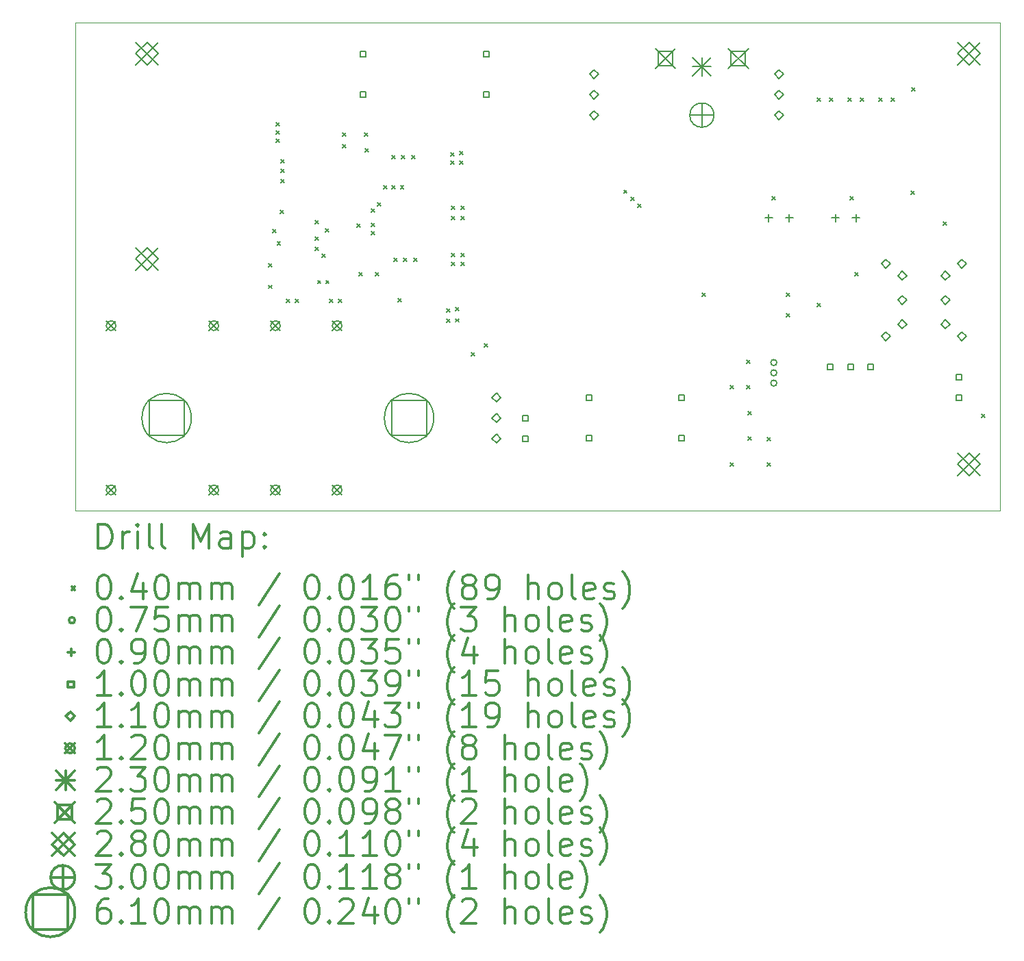
<source format=gbr>
%FSLAX45Y45*%
G04 Gerber Fmt 4.5, Leading zero omitted, Abs format (unit mm)*
G04 Created by KiCad (PCBNEW (5.1.9)-1) date 2022-12-04 20:32:49*
%MOMM*%
%LPD*%
G01*
G04 APERTURE LIST*
%TA.AperFunction,Profile*%
%ADD10C,0.050000*%
%TD*%
%ADD11C,0.200000*%
%ADD12C,0.300000*%
G04 APERTURE END LIST*
D10*
X20320000Y-13411200D02*
X20320000Y-13347700D01*
X8890000Y-13411200D02*
X20320000Y-13411200D01*
X8890000Y-7378700D02*
X8890000Y-13411200D01*
X20320000Y-7378700D02*
X8890000Y-7378700D01*
X20320000Y-13220700D02*
X20320000Y-13347700D01*
X20320000Y-7378700D02*
X20320000Y-13220700D01*
D11*
X11279150Y-10355900D02*
X11319150Y-10395900D01*
X11319150Y-10355900D02*
X11279150Y-10395900D01*
X11283000Y-10625800D02*
X11323000Y-10665800D01*
X11323000Y-10625800D02*
X11283000Y-10665800D01*
X11333800Y-9936800D02*
X11373800Y-9976800D01*
X11373800Y-9936800D02*
X11333800Y-9976800D01*
X11371900Y-8616000D02*
X11411900Y-8656000D01*
X11411900Y-8616000D02*
X11371900Y-8656000D01*
X11371900Y-8717600D02*
X11411900Y-8757600D01*
X11411900Y-8717600D02*
X11371900Y-8757600D01*
X11371900Y-8819200D02*
X11411900Y-8859200D01*
X11411900Y-8819200D02*
X11371900Y-8859200D01*
X11386200Y-10089200D02*
X11426200Y-10129200D01*
X11426200Y-10089200D02*
X11386200Y-10129200D01*
X11425350Y-9695500D02*
X11465350Y-9735500D01*
X11465350Y-9695500D02*
X11425350Y-9735500D01*
X11435400Y-9073200D02*
X11475400Y-9113200D01*
X11475400Y-9073200D02*
X11435400Y-9113200D01*
X11435400Y-9187500D02*
X11475400Y-9227500D01*
X11475400Y-9187500D02*
X11435400Y-9227500D01*
X11435400Y-9314500D02*
X11475400Y-9354500D01*
X11475400Y-9314500D02*
X11435400Y-9354500D01*
X11498900Y-10800400D02*
X11538900Y-10840400D01*
X11538900Y-10800400D02*
X11498900Y-10840400D01*
X11613200Y-10800400D02*
X11653200Y-10840400D01*
X11653200Y-10800400D02*
X11613200Y-10840400D01*
X11854500Y-9825700D02*
X11894500Y-9865700D01*
X11894500Y-9825700D02*
X11854500Y-9865700D01*
X11854500Y-10025700D02*
X11894500Y-10065700D01*
X11894500Y-10025700D02*
X11854500Y-10065700D01*
X11854500Y-10152700D02*
X11894500Y-10192700D01*
X11894500Y-10152700D02*
X11854500Y-10192700D01*
X11886250Y-10565450D02*
X11926250Y-10605450D01*
X11926250Y-10565450D02*
X11886250Y-10605450D01*
X11941895Y-10240095D02*
X11981895Y-10280095D01*
X11981895Y-10240095D02*
X11941895Y-10280095D01*
X11981500Y-9924100D02*
X12021500Y-9964100D01*
X12021500Y-9924100D02*
X11981500Y-9964100D01*
X11987850Y-10565450D02*
X12027850Y-10605450D01*
X12027850Y-10565450D02*
X11987850Y-10605450D01*
X12032300Y-10800400D02*
X12072300Y-10840400D01*
X12072300Y-10800400D02*
X12032300Y-10840400D01*
X12146600Y-10800400D02*
X12186600Y-10840400D01*
X12186600Y-10800400D02*
X12146600Y-10840400D01*
X12195800Y-8882700D02*
X12235800Y-8922700D01*
X12235800Y-8882700D02*
X12195800Y-8922700D01*
X12197400Y-8743000D02*
X12237400Y-8783000D01*
X12237400Y-8743000D02*
X12197400Y-8783000D01*
X12375200Y-9864450D02*
X12415200Y-9904450D01*
X12415200Y-9864450D02*
X12375200Y-9904450D01*
X12400600Y-10470200D02*
X12440600Y-10510200D01*
X12440600Y-10470200D02*
X12400600Y-10510200D01*
X12464100Y-8743000D02*
X12504100Y-8783000D01*
X12504100Y-8743000D02*
X12464100Y-8783000D01*
X12476800Y-8936700D02*
X12516800Y-8976700D01*
X12516800Y-8936700D02*
X12476800Y-8976700D01*
X12553000Y-9682800D02*
X12593000Y-9722800D01*
X12593000Y-9682800D02*
X12553000Y-9722800D01*
X12553000Y-9860600D02*
X12593000Y-9900600D01*
X12593000Y-9860600D02*
X12553000Y-9900600D01*
X12553000Y-9962200D02*
X12593000Y-10002200D01*
X12593000Y-9962200D02*
X12553000Y-10002200D01*
X12603800Y-10470200D02*
X12643800Y-10510200D01*
X12643800Y-10470200D02*
X12603800Y-10510200D01*
X12629200Y-9606600D02*
X12669200Y-9646600D01*
X12669200Y-9606600D02*
X12629200Y-9646600D01*
X12705400Y-9390700D02*
X12745400Y-9430700D01*
X12745400Y-9390700D02*
X12705400Y-9430700D01*
X12807000Y-9022400D02*
X12847000Y-9062400D01*
X12847000Y-9022400D02*
X12807000Y-9062400D01*
X12807000Y-9390700D02*
X12847000Y-9430700D01*
X12847000Y-9390700D02*
X12807000Y-9430700D01*
X12832400Y-10292400D02*
X12872400Y-10332400D01*
X12872400Y-10292400D02*
X12832400Y-10332400D01*
X12883200Y-10787700D02*
X12923200Y-10827700D01*
X12923200Y-10787700D02*
X12883200Y-10827700D01*
X12911300Y-9390700D02*
X12951300Y-9430700D01*
X12951300Y-9390700D02*
X12911300Y-9430700D01*
X12923400Y-9022400D02*
X12963400Y-9062400D01*
X12963400Y-9022400D02*
X12923400Y-9062400D01*
X12948800Y-10292400D02*
X12988800Y-10332400D01*
X12988800Y-10292400D02*
X12948800Y-10332400D01*
X13048300Y-9022400D02*
X13088300Y-9062400D01*
X13088300Y-9022400D02*
X13048300Y-9062400D01*
X13073700Y-10292400D02*
X13113700Y-10332400D01*
X13113700Y-10292400D02*
X13073700Y-10332400D01*
X13480100Y-10914700D02*
X13520100Y-10954700D01*
X13520100Y-10914700D02*
X13480100Y-10954700D01*
X13480100Y-11041700D02*
X13520100Y-11081700D01*
X13520100Y-11041700D02*
X13480100Y-11081700D01*
X13530900Y-8984300D02*
X13570900Y-9024300D01*
X13570900Y-8984300D02*
X13530900Y-9024300D01*
X13530900Y-9085900D02*
X13570900Y-9125900D01*
X13570900Y-9085900D02*
X13530900Y-9125900D01*
X13543600Y-9644700D02*
X13583600Y-9684700D01*
X13583600Y-9644700D02*
X13543600Y-9684700D01*
X13543600Y-9771700D02*
X13583600Y-9811700D01*
X13583600Y-9771700D02*
X13543600Y-9811700D01*
X13543600Y-10228900D02*
X13583600Y-10268900D01*
X13583600Y-10228900D02*
X13543600Y-10268900D01*
X13543600Y-10343200D02*
X13583600Y-10383200D01*
X13583600Y-10343200D02*
X13543600Y-10383200D01*
X13594400Y-10902000D02*
X13634400Y-10942000D01*
X13634400Y-10902000D02*
X13594400Y-10942000D01*
X13594400Y-11039600D02*
X13634400Y-11079600D01*
X13634400Y-11039600D02*
X13594400Y-11079600D01*
X13645200Y-8971600D02*
X13685200Y-9011600D01*
X13685200Y-8971600D02*
X13645200Y-9011600D01*
X13645200Y-9085900D02*
X13685200Y-9125900D01*
X13685200Y-9085900D02*
X13645200Y-9125900D01*
X13657900Y-9644700D02*
X13697900Y-9684700D01*
X13697900Y-9644700D02*
X13657900Y-9684700D01*
X13657900Y-9771700D02*
X13697900Y-9811700D01*
X13697900Y-9771700D02*
X13657900Y-9811700D01*
X13657900Y-10228900D02*
X13697900Y-10268900D01*
X13697900Y-10228900D02*
X13657900Y-10268900D01*
X13657900Y-10343200D02*
X13697900Y-10383200D01*
X13697900Y-10343200D02*
X13657900Y-10383200D01*
X13784900Y-11460800D02*
X13824900Y-11500800D01*
X13824900Y-11460800D02*
X13784900Y-11500800D01*
X13950000Y-11346500D02*
X13990000Y-11386500D01*
X13990000Y-11346500D02*
X13950000Y-11386500D01*
X15670850Y-9447850D02*
X15710850Y-9487850D01*
X15710850Y-9447850D02*
X15670850Y-9487850D01*
X15759750Y-9536750D02*
X15799750Y-9576750D01*
X15799750Y-9536750D02*
X15759750Y-9576750D01*
X15842300Y-9619300D02*
X15882300Y-9659300D01*
X15882300Y-9619300D02*
X15842300Y-9659300D01*
X16642400Y-10724200D02*
X16682400Y-10764200D01*
X16682400Y-10724200D02*
X16642400Y-10764200D01*
X16988500Y-11867200D02*
X17028500Y-11907200D01*
X17028500Y-11867200D02*
X16988500Y-11907200D01*
X16988500Y-12819700D02*
X17028500Y-12859700D01*
X17028500Y-12819700D02*
X16988500Y-12859700D01*
X17188500Y-11549700D02*
X17228500Y-11589700D01*
X17228500Y-11549700D02*
X17188500Y-11589700D01*
X17188500Y-11867200D02*
X17228500Y-11907200D01*
X17228500Y-11867200D02*
X17188500Y-11907200D01*
X17205500Y-12184700D02*
X17245500Y-12224700D01*
X17245500Y-12184700D02*
X17205500Y-12224700D01*
X17205500Y-12502200D02*
X17245500Y-12542200D01*
X17245500Y-12502200D02*
X17205500Y-12542200D01*
X17442500Y-12511700D02*
X17482500Y-12551700D01*
X17482500Y-12511700D02*
X17442500Y-12551700D01*
X17442500Y-12819700D02*
X17482500Y-12859700D01*
X17482500Y-12819700D02*
X17442500Y-12859700D01*
X17506000Y-9530400D02*
X17546000Y-9570400D01*
X17546000Y-9530400D02*
X17506000Y-9570400D01*
X17683800Y-10724200D02*
X17723800Y-10764200D01*
X17723800Y-10724200D02*
X17683800Y-10764200D01*
X17683800Y-10978200D02*
X17723800Y-11018200D01*
X17723800Y-10978200D02*
X17683800Y-11018200D01*
X18064800Y-8311200D02*
X18104800Y-8351200D01*
X18104800Y-8311200D02*
X18064800Y-8351200D01*
X18064800Y-10851200D02*
X18104800Y-10891200D01*
X18104800Y-10851200D02*
X18064800Y-10891200D01*
X18217200Y-8311200D02*
X18257200Y-8351200D01*
X18257200Y-8311200D02*
X18217200Y-8351200D01*
X18445800Y-8311200D02*
X18485800Y-8351200D01*
X18485800Y-8311200D02*
X18445800Y-8351200D01*
X18469600Y-9530400D02*
X18509600Y-9570400D01*
X18509600Y-9530400D02*
X18469600Y-9570400D01*
X18529500Y-10470200D02*
X18569500Y-10510200D01*
X18569500Y-10470200D02*
X18529500Y-10510200D01*
X18598200Y-8311200D02*
X18638200Y-8351200D01*
X18638200Y-8311200D02*
X18598200Y-8351200D01*
X18826800Y-8311200D02*
X18866800Y-8351200D01*
X18866800Y-8311200D02*
X18826800Y-8351200D01*
X18979200Y-8311200D02*
X19019200Y-8351200D01*
X19019200Y-8311200D02*
X18979200Y-8351200D01*
X19220500Y-9460550D02*
X19260500Y-9500550D01*
X19260500Y-9460550D02*
X19220500Y-9500550D01*
X19233200Y-8184200D02*
X19273200Y-8224200D01*
X19273200Y-8184200D02*
X19233200Y-8224200D01*
X19623700Y-9841550D02*
X19663700Y-9881550D01*
X19663700Y-9841550D02*
X19623700Y-9881550D01*
X20096800Y-12222800D02*
X20136800Y-12262800D01*
X20136800Y-12222800D02*
X20096800Y-12262800D01*
X17563500Y-11582400D02*
G75*
G03*
X17563500Y-11582400I-37500J0D01*
G01*
X17563500Y-11709400D02*
G75*
G03*
X17563500Y-11709400I-37500J0D01*
G01*
X17563500Y-11836400D02*
G75*
G03*
X17563500Y-11836400I-37500J0D01*
G01*
X17462500Y-9746700D02*
X17462500Y-9836700D01*
X17417500Y-9791700D02*
X17507500Y-9791700D01*
X17716500Y-9746700D02*
X17716500Y-9836700D01*
X17671500Y-9791700D02*
X17761500Y-9791700D01*
X18288000Y-9746700D02*
X18288000Y-9836700D01*
X18243000Y-9791700D02*
X18333000Y-9791700D01*
X18542000Y-9746700D02*
X18542000Y-9836700D01*
X18497000Y-9791700D02*
X18587000Y-9791700D01*
X12481356Y-7803056D02*
X12481356Y-7732344D01*
X12410644Y-7732344D01*
X12410644Y-7803056D01*
X12481356Y-7803056D01*
X12481356Y-8303056D02*
X12481356Y-8232344D01*
X12410644Y-8232344D01*
X12410644Y-8303056D01*
X12481356Y-8303056D01*
X14005356Y-7803056D02*
X14005356Y-7732344D01*
X13934644Y-7732344D01*
X13934644Y-7803056D01*
X14005356Y-7803056D01*
X14005356Y-8303056D02*
X14005356Y-8232344D01*
X13934644Y-8232344D01*
X13934644Y-8303056D01*
X14005356Y-8303056D01*
X14487956Y-12303556D02*
X14487956Y-12232844D01*
X14417244Y-12232844D01*
X14417244Y-12303556D01*
X14487956Y-12303556D01*
X14487956Y-12557556D02*
X14487956Y-12486844D01*
X14417244Y-12486844D01*
X14417244Y-12557556D01*
X14487956Y-12557556D01*
X15275356Y-12049556D02*
X15275356Y-11978844D01*
X15204644Y-11978844D01*
X15204644Y-12049556D01*
X15275356Y-12049556D01*
X15275356Y-12549556D02*
X15275356Y-12478844D01*
X15204644Y-12478844D01*
X15204644Y-12549556D01*
X15275356Y-12549556D01*
X16418356Y-12049556D02*
X16418356Y-11978844D01*
X16347644Y-11978844D01*
X16347644Y-12049556D01*
X16418356Y-12049556D01*
X16418356Y-12549556D02*
X16418356Y-12478844D01*
X16347644Y-12478844D01*
X16347644Y-12549556D01*
X16418356Y-12549556D01*
X18259856Y-11668556D02*
X18259856Y-11597844D01*
X18189144Y-11597844D01*
X18189144Y-11668556D01*
X18259856Y-11668556D01*
X18509856Y-11668556D02*
X18509856Y-11597844D01*
X18439144Y-11597844D01*
X18439144Y-11668556D01*
X18509856Y-11668556D01*
X18759856Y-11668556D02*
X18759856Y-11597844D01*
X18689144Y-11597844D01*
X18689144Y-11668556D01*
X18759856Y-11668556D01*
X19847356Y-11795556D02*
X19847356Y-11724844D01*
X19776644Y-11724844D01*
X19776644Y-11795556D01*
X19847356Y-11795556D01*
X19847356Y-12049556D02*
X19847356Y-11978844D01*
X19776644Y-11978844D01*
X19776644Y-12049556D01*
X19847356Y-12049556D01*
X14097000Y-12069200D02*
X14152000Y-12014200D01*
X14097000Y-11959200D01*
X14042000Y-12014200D01*
X14097000Y-12069200D01*
X14097000Y-12323200D02*
X14152000Y-12268200D01*
X14097000Y-12213200D01*
X14042000Y-12268200D01*
X14097000Y-12323200D01*
X14097000Y-12577200D02*
X14152000Y-12522200D01*
X14097000Y-12467200D01*
X14042000Y-12522200D01*
X14097000Y-12577200D01*
X15303500Y-8068700D02*
X15358500Y-8013700D01*
X15303500Y-7958700D01*
X15248500Y-8013700D01*
X15303500Y-8068700D01*
X15303500Y-8322700D02*
X15358500Y-8267700D01*
X15303500Y-8212700D01*
X15248500Y-8267700D01*
X15303500Y-8322700D01*
X15303500Y-8576700D02*
X15358500Y-8521700D01*
X15303500Y-8466700D01*
X15248500Y-8521700D01*
X15303500Y-8576700D01*
X17589500Y-8068700D02*
X17644500Y-8013700D01*
X17589500Y-7958700D01*
X17534500Y-8013700D01*
X17589500Y-8068700D01*
X17589500Y-8322700D02*
X17644500Y-8267700D01*
X17589500Y-8212700D01*
X17534500Y-8267700D01*
X17589500Y-8322700D01*
X17589500Y-8576700D02*
X17644500Y-8521700D01*
X17589500Y-8466700D01*
X17534500Y-8521700D01*
X17589500Y-8576700D01*
X18910200Y-10412700D02*
X18965200Y-10357700D01*
X18910200Y-10302700D01*
X18855200Y-10357700D01*
X18910200Y-10412700D01*
X18910200Y-11312700D02*
X18965200Y-11257700D01*
X18910200Y-11202700D01*
X18855200Y-11257700D01*
X18910200Y-11312700D01*
X19115200Y-10562700D02*
X19170200Y-10507700D01*
X19115200Y-10452700D01*
X19060200Y-10507700D01*
X19115200Y-10562700D01*
X19115200Y-10862700D02*
X19170200Y-10807700D01*
X19115200Y-10752700D01*
X19060200Y-10807700D01*
X19115200Y-10862700D01*
X19115200Y-11162700D02*
X19170200Y-11107700D01*
X19115200Y-11052700D01*
X19060200Y-11107700D01*
X19115200Y-11162700D01*
X19645200Y-10562700D02*
X19700200Y-10507700D01*
X19645200Y-10452700D01*
X19590200Y-10507700D01*
X19645200Y-10562700D01*
X19645200Y-10862700D02*
X19700200Y-10807700D01*
X19645200Y-10752700D01*
X19590200Y-10807700D01*
X19645200Y-10862700D01*
X19645200Y-11162700D02*
X19700200Y-11107700D01*
X19645200Y-11052700D01*
X19590200Y-11107700D01*
X19645200Y-11162700D01*
X19850200Y-10412700D02*
X19905200Y-10357700D01*
X19850200Y-10302700D01*
X19795200Y-10357700D01*
X19850200Y-10412700D01*
X19850200Y-11312700D02*
X19905200Y-11257700D01*
X19850200Y-11202700D01*
X19795200Y-11257700D01*
X19850200Y-11312700D01*
X9274500Y-11065200D02*
X9394500Y-11185200D01*
X9394500Y-11065200D02*
X9274500Y-11185200D01*
X9394500Y-11125200D02*
G75*
G03*
X9394500Y-11125200I-60000J0D01*
G01*
X9274500Y-13097200D02*
X9394500Y-13217200D01*
X9394500Y-13097200D02*
X9274500Y-13217200D01*
X9394500Y-13157200D02*
G75*
G03*
X9394500Y-13157200I-60000J0D01*
G01*
X10544500Y-11065200D02*
X10664500Y-11185200D01*
X10664500Y-11065200D02*
X10544500Y-11185200D01*
X10664500Y-11125200D02*
G75*
G03*
X10664500Y-11125200I-60000J0D01*
G01*
X10544500Y-13097200D02*
X10664500Y-13217200D01*
X10664500Y-13097200D02*
X10544500Y-13217200D01*
X10664500Y-13157200D02*
G75*
G03*
X10664500Y-13157200I-60000J0D01*
G01*
X11306500Y-11065200D02*
X11426500Y-11185200D01*
X11426500Y-11065200D02*
X11306500Y-11185200D01*
X11426500Y-11125200D02*
G75*
G03*
X11426500Y-11125200I-60000J0D01*
G01*
X11306500Y-13097200D02*
X11426500Y-13217200D01*
X11426500Y-13097200D02*
X11306500Y-13217200D01*
X11426500Y-13157200D02*
G75*
G03*
X11426500Y-13157200I-60000J0D01*
G01*
X12068500Y-11065200D02*
X12188500Y-11185200D01*
X12188500Y-11065200D02*
X12068500Y-11185200D01*
X12188500Y-11125200D02*
G75*
G03*
X12188500Y-11125200I-60000J0D01*
G01*
X12068500Y-13097200D02*
X12188500Y-13217200D01*
X12188500Y-13097200D02*
X12068500Y-13217200D01*
X12188500Y-13157200D02*
G75*
G03*
X12188500Y-13157200I-60000J0D01*
G01*
X16522000Y-7806700D02*
X16752000Y-8036700D01*
X16752000Y-7806700D02*
X16522000Y-8036700D01*
X16637000Y-7806700D02*
X16637000Y-8036700D01*
X16522000Y-7921700D02*
X16752000Y-7921700D01*
X16062000Y-7696700D02*
X16312000Y-7946700D01*
X16312000Y-7696700D02*
X16062000Y-7946700D01*
X16275389Y-7910089D02*
X16275389Y-7733311D01*
X16098611Y-7733311D01*
X16098611Y-7910089D01*
X16275389Y-7910089D01*
X16962000Y-7696700D02*
X17212000Y-7946700D01*
X17212000Y-7696700D02*
X16962000Y-7946700D01*
X17175389Y-7910089D02*
X17175389Y-7733311D01*
X16998611Y-7733311D01*
X16998611Y-7910089D01*
X17175389Y-7910089D01*
X9639000Y-7619700D02*
X9919000Y-7899700D01*
X9919000Y-7619700D02*
X9639000Y-7899700D01*
X9779000Y-7899700D02*
X9919000Y-7759700D01*
X9779000Y-7619700D01*
X9639000Y-7759700D01*
X9779000Y-7899700D01*
X9639000Y-10159700D02*
X9919000Y-10439700D01*
X9919000Y-10159700D02*
X9639000Y-10439700D01*
X9779000Y-10439700D02*
X9919000Y-10299700D01*
X9779000Y-10159700D01*
X9639000Y-10299700D01*
X9779000Y-10439700D01*
X19799000Y-7619700D02*
X20079000Y-7899700D01*
X20079000Y-7619700D02*
X19799000Y-7899700D01*
X19939000Y-7899700D02*
X20079000Y-7759700D01*
X19939000Y-7619700D01*
X19799000Y-7759700D01*
X19939000Y-7899700D01*
X19799000Y-12699700D02*
X20079000Y-12979700D01*
X20079000Y-12699700D02*
X19799000Y-12979700D01*
X19939000Y-12979700D02*
X20079000Y-12839700D01*
X19939000Y-12699700D01*
X19799000Y-12839700D01*
X19939000Y-12979700D01*
X16637000Y-8371700D02*
X16637000Y-8671700D01*
X16487000Y-8521700D02*
X16787000Y-8521700D01*
X16787000Y-8521700D02*
G75*
G03*
X16787000Y-8521700I-150000J0D01*
G01*
X10236170Y-12483870D02*
X10236170Y-12052530D01*
X9804830Y-12052530D01*
X9804830Y-12483870D01*
X10236170Y-12483870D01*
X10325500Y-12268200D02*
G75*
G03*
X10325500Y-12268200I-305000J0D01*
G01*
X13233170Y-12483870D02*
X13233170Y-12052530D01*
X12801830Y-12052530D01*
X12801830Y-12483870D01*
X13233170Y-12483870D01*
X13322500Y-12268200D02*
G75*
G03*
X13322500Y-12268200I-305000J0D01*
G01*
D12*
X9173928Y-13879414D02*
X9173928Y-13579414D01*
X9245357Y-13579414D01*
X9288214Y-13593700D01*
X9316786Y-13622271D01*
X9331071Y-13650843D01*
X9345357Y-13707986D01*
X9345357Y-13750843D01*
X9331071Y-13807986D01*
X9316786Y-13836557D01*
X9288214Y-13865129D01*
X9245357Y-13879414D01*
X9173928Y-13879414D01*
X9473928Y-13879414D02*
X9473928Y-13679414D01*
X9473928Y-13736557D02*
X9488214Y-13707986D01*
X9502500Y-13693700D01*
X9531071Y-13679414D01*
X9559643Y-13679414D01*
X9659643Y-13879414D02*
X9659643Y-13679414D01*
X9659643Y-13579414D02*
X9645357Y-13593700D01*
X9659643Y-13607986D01*
X9673928Y-13593700D01*
X9659643Y-13579414D01*
X9659643Y-13607986D01*
X9845357Y-13879414D02*
X9816786Y-13865129D01*
X9802500Y-13836557D01*
X9802500Y-13579414D01*
X10002500Y-13879414D02*
X9973928Y-13865129D01*
X9959643Y-13836557D01*
X9959643Y-13579414D01*
X10345357Y-13879414D02*
X10345357Y-13579414D01*
X10445357Y-13793700D01*
X10545357Y-13579414D01*
X10545357Y-13879414D01*
X10816786Y-13879414D02*
X10816786Y-13722271D01*
X10802500Y-13693700D01*
X10773928Y-13679414D01*
X10716786Y-13679414D01*
X10688214Y-13693700D01*
X10816786Y-13865129D02*
X10788214Y-13879414D01*
X10716786Y-13879414D01*
X10688214Y-13865129D01*
X10673928Y-13836557D01*
X10673928Y-13807986D01*
X10688214Y-13779414D01*
X10716786Y-13765129D01*
X10788214Y-13765129D01*
X10816786Y-13750843D01*
X10959643Y-13679414D02*
X10959643Y-13979414D01*
X10959643Y-13693700D02*
X10988214Y-13679414D01*
X11045357Y-13679414D01*
X11073928Y-13693700D01*
X11088214Y-13707986D01*
X11102500Y-13736557D01*
X11102500Y-13822271D01*
X11088214Y-13850843D01*
X11073928Y-13865129D01*
X11045357Y-13879414D01*
X10988214Y-13879414D01*
X10959643Y-13865129D01*
X11231071Y-13850843D02*
X11245357Y-13865129D01*
X11231071Y-13879414D01*
X11216786Y-13865129D01*
X11231071Y-13850843D01*
X11231071Y-13879414D01*
X11231071Y-13693700D02*
X11245357Y-13707986D01*
X11231071Y-13722271D01*
X11216786Y-13707986D01*
X11231071Y-13693700D01*
X11231071Y-13722271D01*
X8847500Y-14353700D02*
X8887500Y-14393700D01*
X8887500Y-14353700D02*
X8847500Y-14393700D01*
X9231071Y-14209414D02*
X9259643Y-14209414D01*
X9288214Y-14223700D01*
X9302500Y-14237986D01*
X9316786Y-14266557D01*
X9331071Y-14323700D01*
X9331071Y-14395129D01*
X9316786Y-14452271D01*
X9302500Y-14480843D01*
X9288214Y-14495129D01*
X9259643Y-14509414D01*
X9231071Y-14509414D01*
X9202500Y-14495129D01*
X9188214Y-14480843D01*
X9173928Y-14452271D01*
X9159643Y-14395129D01*
X9159643Y-14323700D01*
X9173928Y-14266557D01*
X9188214Y-14237986D01*
X9202500Y-14223700D01*
X9231071Y-14209414D01*
X9459643Y-14480843D02*
X9473928Y-14495129D01*
X9459643Y-14509414D01*
X9445357Y-14495129D01*
X9459643Y-14480843D01*
X9459643Y-14509414D01*
X9731071Y-14309414D02*
X9731071Y-14509414D01*
X9659643Y-14195129D02*
X9588214Y-14409414D01*
X9773928Y-14409414D01*
X9945357Y-14209414D02*
X9973928Y-14209414D01*
X10002500Y-14223700D01*
X10016786Y-14237986D01*
X10031071Y-14266557D01*
X10045357Y-14323700D01*
X10045357Y-14395129D01*
X10031071Y-14452271D01*
X10016786Y-14480843D01*
X10002500Y-14495129D01*
X9973928Y-14509414D01*
X9945357Y-14509414D01*
X9916786Y-14495129D01*
X9902500Y-14480843D01*
X9888214Y-14452271D01*
X9873928Y-14395129D01*
X9873928Y-14323700D01*
X9888214Y-14266557D01*
X9902500Y-14237986D01*
X9916786Y-14223700D01*
X9945357Y-14209414D01*
X10173928Y-14509414D02*
X10173928Y-14309414D01*
X10173928Y-14337986D02*
X10188214Y-14323700D01*
X10216786Y-14309414D01*
X10259643Y-14309414D01*
X10288214Y-14323700D01*
X10302500Y-14352271D01*
X10302500Y-14509414D01*
X10302500Y-14352271D02*
X10316786Y-14323700D01*
X10345357Y-14309414D01*
X10388214Y-14309414D01*
X10416786Y-14323700D01*
X10431071Y-14352271D01*
X10431071Y-14509414D01*
X10573928Y-14509414D02*
X10573928Y-14309414D01*
X10573928Y-14337986D02*
X10588214Y-14323700D01*
X10616786Y-14309414D01*
X10659643Y-14309414D01*
X10688214Y-14323700D01*
X10702500Y-14352271D01*
X10702500Y-14509414D01*
X10702500Y-14352271D02*
X10716786Y-14323700D01*
X10745357Y-14309414D01*
X10788214Y-14309414D01*
X10816786Y-14323700D01*
X10831071Y-14352271D01*
X10831071Y-14509414D01*
X11416786Y-14195129D02*
X11159643Y-14580843D01*
X11802500Y-14209414D02*
X11831071Y-14209414D01*
X11859643Y-14223700D01*
X11873928Y-14237986D01*
X11888214Y-14266557D01*
X11902500Y-14323700D01*
X11902500Y-14395129D01*
X11888214Y-14452271D01*
X11873928Y-14480843D01*
X11859643Y-14495129D01*
X11831071Y-14509414D01*
X11802500Y-14509414D01*
X11773928Y-14495129D01*
X11759643Y-14480843D01*
X11745357Y-14452271D01*
X11731071Y-14395129D01*
X11731071Y-14323700D01*
X11745357Y-14266557D01*
X11759643Y-14237986D01*
X11773928Y-14223700D01*
X11802500Y-14209414D01*
X12031071Y-14480843D02*
X12045357Y-14495129D01*
X12031071Y-14509414D01*
X12016786Y-14495129D01*
X12031071Y-14480843D01*
X12031071Y-14509414D01*
X12231071Y-14209414D02*
X12259643Y-14209414D01*
X12288214Y-14223700D01*
X12302500Y-14237986D01*
X12316786Y-14266557D01*
X12331071Y-14323700D01*
X12331071Y-14395129D01*
X12316786Y-14452271D01*
X12302500Y-14480843D01*
X12288214Y-14495129D01*
X12259643Y-14509414D01*
X12231071Y-14509414D01*
X12202500Y-14495129D01*
X12188214Y-14480843D01*
X12173928Y-14452271D01*
X12159643Y-14395129D01*
X12159643Y-14323700D01*
X12173928Y-14266557D01*
X12188214Y-14237986D01*
X12202500Y-14223700D01*
X12231071Y-14209414D01*
X12616786Y-14509414D02*
X12445357Y-14509414D01*
X12531071Y-14509414D02*
X12531071Y-14209414D01*
X12502500Y-14252271D01*
X12473928Y-14280843D01*
X12445357Y-14295129D01*
X12873928Y-14209414D02*
X12816786Y-14209414D01*
X12788214Y-14223700D01*
X12773928Y-14237986D01*
X12745357Y-14280843D01*
X12731071Y-14337986D01*
X12731071Y-14452271D01*
X12745357Y-14480843D01*
X12759643Y-14495129D01*
X12788214Y-14509414D01*
X12845357Y-14509414D01*
X12873928Y-14495129D01*
X12888214Y-14480843D01*
X12902500Y-14452271D01*
X12902500Y-14380843D01*
X12888214Y-14352271D01*
X12873928Y-14337986D01*
X12845357Y-14323700D01*
X12788214Y-14323700D01*
X12759643Y-14337986D01*
X12745357Y-14352271D01*
X12731071Y-14380843D01*
X13016786Y-14209414D02*
X13016786Y-14266557D01*
X13131071Y-14209414D02*
X13131071Y-14266557D01*
X13573928Y-14623700D02*
X13559643Y-14609414D01*
X13531071Y-14566557D01*
X13516786Y-14537986D01*
X13502500Y-14495129D01*
X13488214Y-14423700D01*
X13488214Y-14366557D01*
X13502500Y-14295129D01*
X13516786Y-14252271D01*
X13531071Y-14223700D01*
X13559643Y-14180843D01*
X13573928Y-14166557D01*
X13731071Y-14337986D02*
X13702500Y-14323700D01*
X13688214Y-14309414D01*
X13673928Y-14280843D01*
X13673928Y-14266557D01*
X13688214Y-14237986D01*
X13702500Y-14223700D01*
X13731071Y-14209414D01*
X13788214Y-14209414D01*
X13816786Y-14223700D01*
X13831071Y-14237986D01*
X13845357Y-14266557D01*
X13845357Y-14280843D01*
X13831071Y-14309414D01*
X13816786Y-14323700D01*
X13788214Y-14337986D01*
X13731071Y-14337986D01*
X13702500Y-14352271D01*
X13688214Y-14366557D01*
X13673928Y-14395129D01*
X13673928Y-14452271D01*
X13688214Y-14480843D01*
X13702500Y-14495129D01*
X13731071Y-14509414D01*
X13788214Y-14509414D01*
X13816786Y-14495129D01*
X13831071Y-14480843D01*
X13845357Y-14452271D01*
X13845357Y-14395129D01*
X13831071Y-14366557D01*
X13816786Y-14352271D01*
X13788214Y-14337986D01*
X13988214Y-14509414D02*
X14045357Y-14509414D01*
X14073928Y-14495129D01*
X14088214Y-14480843D01*
X14116786Y-14437986D01*
X14131071Y-14380843D01*
X14131071Y-14266557D01*
X14116786Y-14237986D01*
X14102500Y-14223700D01*
X14073928Y-14209414D01*
X14016786Y-14209414D01*
X13988214Y-14223700D01*
X13973928Y-14237986D01*
X13959643Y-14266557D01*
X13959643Y-14337986D01*
X13973928Y-14366557D01*
X13988214Y-14380843D01*
X14016786Y-14395129D01*
X14073928Y-14395129D01*
X14102500Y-14380843D01*
X14116786Y-14366557D01*
X14131071Y-14337986D01*
X14488214Y-14509414D02*
X14488214Y-14209414D01*
X14616786Y-14509414D02*
X14616786Y-14352271D01*
X14602500Y-14323700D01*
X14573928Y-14309414D01*
X14531071Y-14309414D01*
X14502500Y-14323700D01*
X14488214Y-14337986D01*
X14802500Y-14509414D02*
X14773928Y-14495129D01*
X14759643Y-14480843D01*
X14745357Y-14452271D01*
X14745357Y-14366557D01*
X14759643Y-14337986D01*
X14773928Y-14323700D01*
X14802500Y-14309414D01*
X14845357Y-14309414D01*
X14873928Y-14323700D01*
X14888214Y-14337986D01*
X14902500Y-14366557D01*
X14902500Y-14452271D01*
X14888214Y-14480843D01*
X14873928Y-14495129D01*
X14845357Y-14509414D01*
X14802500Y-14509414D01*
X15073928Y-14509414D02*
X15045357Y-14495129D01*
X15031071Y-14466557D01*
X15031071Y-14209414D01*
X15302500Y-14495129D02*
X15273928Y-14509414D01*
X15216786Y-14509414D01*
X15188214Y-14495129D01*
X15173928Y-14466557D01*
X15173928Y-14352271D01*
X15188214Y-14323700D01*
X15216786Y-14309414D01*
X15273928Y-14309414D01*
X15302500Y-14323700D01*
X15316786Y-14352271D01*
X15316786Y-14380843D01*
X15173928Y-14409414D01*
X15431071Y-14495129D02*
X15459643Y-14509414D01*
X15516786Y-14509414D01*
X15545357Y-14495129D01*
X15559643Y-14466557D01*
X15559643Y-14452271D01*
X15545357Y-14423700D01*
X15516786Y-14409414D01*
X15473928Y-14409414D01*
X15445357Y-14395129D01*
X15431071Y-14366557D01*
X15431071Y-14352271D01*
X15445357Y-14323700D01*
X15473928Y-14309414D01*
X15516786Y-14309414D01*
X15545357Y-14323700D01*
X15659643Y-14623700D02*
X15673928Y-14609414D01*
X15702500Y-14566557D01*
X15716786Y-14537986D01*
X15731071Y-14495129D01*
X15745357Y-14423700D01*
X15745357Y-14366557D01*
X15731071Y-14295129D01*
X15716786Y-14252271D01*
X15702500Y-14223700D01*
X15673928Y-14180843D01*
X15659643Y-14166557D01*
X8887500Y-14769700D02*
G75*
G03*
X8887500Y-14769700I-37500J0D01*
G01*
X9231071Y-14605414D02*
X9259643Y-14605414D01*
X9288214Y-14619700D01*
X9302500Y-14633986D01*
X9316786Y-14662557D01*
X9331071Y-14719700D01*
X9331071Y-14791129D01*
X9316786Y-14848271D01*
X9302500Y-14876843D01*
X9288214Y-14891129D01*
X9259643Y-14905414D01*
X9231071Y-14905414D01*
X9202500Y-14891129D01*
X9188214Y-14876843D01*
X9173928Y-14848271D01*
X9159643Y-14791129D01*
X9159643Y-14719700D01*
X9173928Y-14662557D01*
X9188214Y-14633986D01*
X9202500Y-14619700D01*
X9231071Y-14605414D01*
X9459643Y-14876843D02*
X9473928Y-14891129D01*
X9459643Y-14905414D01*
X9445357Y-14891129D01*
X9459643Y-14876843D01*
X9459643Y-14905414D01*
X9573928Y-14605414D02*
X9773928Y-14605414D01*
X9645357Y-14905414D01*
X10031071Y-14605414D02*
X9888214Y-14605414D01*
X9873928Y-14748271D01*
X9888214Y-14733986D01*
X9916786Y-14719700D01*
X9988214Y-14719700D01*
X10016786Y-14733986D01*
X10031071Y-14748271D01*
X10045357Y-14776843D01*
X10045357Y-14848271D01*
X10031071Y-14876843D01*
X10016786Y-14891129D01*
X9988214Y-14905414D01*
X9916786Y-14905414D01*
X9888214Y-14891129D01*
X9873928Y-14876843D01*
X10173928Y-14905414D02*
X10173928Y-14705414D01*
X10173928Y-14733986D02*
X10188214Y-14719700D01*
X10216786Y-14705414D01*
X10259643Y-14705414D01*
X10288214Y-14719700D01*
X10302500Y-14748271D01*
X10302500Y-14905414D01*
X10302500Y-14748271D02*
X10316786Y-14719700D01*
X10345357Y-14705414D01*
X10388214Y-14705414D01*
X10416786Y-14719700D01*
X10431071Y-14748271D01*
X10431071Y-14905414D01*
X10573928Y-14905414D02*
X10573928Y-14705414D01*
X10573928Y-14733986D02*
X10588214Y-14719700D01*
X10616786Y-14705414D01*
X10659643Y-14705414D01*
X10688214Y-14719700D01*
X10702500Y-14748271D01*
X10702500Y-14905414D01*
X10702500Y-14748271D02*
X10716786Y-14719700D01*
X10745357Y-14705414D01*
X10788214Y-14705414D01*
X10816786Y-14719700D01*
X10831071Y-14748271D01*
X10831071Y-14905414D01*
X11416786Y-14591129D02*
X11159643Y-14976843D01*
X11802500Y-14605414D02*
X11831071Y-14605414D01*
X11859643Y-14619700D01*
X11873928Y-14633986D01*
X11888214Y-14662557D01*
X11902500Y-14719700D01*
X11902500Y-14791129D01*
X11888214Y-14848271D01*
X11873928Y-14876843D01*
X11859643Y-14891129D01*
X11831071Y-14905414D01*
X11802500Y-14905414D01*
X11773928Y-14891129D01*
X11759643Y-14876843D01*
X11745357Y-14848271D01*
X11731071Y-14791129D01*
X11731071Y-14719700D01*
X11745357Y-14662557D01*
X11759643Y-14633986D01*
X11773928Y-14619700D01*
X11802500Y-14605414D01*
X12031071Y-14876843D02*
X12045357Y-14891129D01*
X12031071Y-14905414D01*
X12016786Y-14891129D01*
X12031071Y-14876843D01*
X12031071Y-14905414D01*
X12231071Y-14605414D02*
X12259643Y-14605414D01*
X12288214Y-14619700D01*
X12302500Y-14633986D01*
X12316786Y-14662557D01*
X12331071Y-14719700D01*
X12331071Y-14791129D01*
X12316786Y-14848271D01*
X12302500Y-14876843D01*
X12288214Y-14891129D01*
X12259643Y-14905414D01*
X12231071Y-14905414D01*
X12202500Y-14891129D01*
X12188214Y-14876843D01*
X12173928Y-14848271D01*
X12159643Y-14791129D01*
X12159643Y-14719700D01*
X12173928Y-14662557D01*
X12188214Y-14633986D01*
X12202500Y-14619700D01*
X12231071Y-14605414D01*
X12431071Y-14605414D02*
X12616786Y-14605414D01*
X12516786Y-14719700D01*
X12559643Y-14719700D01*
X12588214Y-14733986D01*
X12602500Y-14748271D01*
X12616786Y-14776843D01*
X12616786Y-14848271D01*
X12602500Y-14876843D01*
X12588214Y-14891129D01*
X12559643Y-14905414D01*
X12473928Y-14905414D01*
X12445357Y-14891129D01*
X12431071Y-14876843D01*
X12802500Y-14605414D02*
X12831071Y-14605414D01*
X12859643Y-14619700D01*
X12873928Y-14633986D01*
X12888214Y-14662557D01*
X12902500Y-14719700D01*
X12902500Y-14791129D01*
X12888214Y-14848271D01*
X12873928Y-14876843D01*
X12859643Y-14891129D01*
X12831071Y-14905414D01*
X12802500Y-14905414D01*
X12773928Y-14891129D01*
X12759643Y-14876843D01*
X12745357Y-14848271D01*
X12731071Y-14791129D01*
X12731071Y-14719700D01*
X12745357Y-14662557D01*
X12759643Y-14633986D01*
X12773928Y-14619700D01*
X12802500Y-14605414D01*
X13016786Y-14605414D02*
X13016786Y-14662557D01*
X13131071Y-14605414D02*
X13131071Y-14662557D01*
X13573928Y-15019700D02*
X13559643Y-15005414D01*
X13531071Y-14962557D01*
X13516786Y-14933986D01*
X13502500Y-14891129D01*
X13488214Y-14819700D01*
X13488214Y-14762557D01*
X13502500Y-14691129D01*
X13516786Y-14648271D01*
X13531071Y-14619700D01*
X13559643Y-14576843D01*
X13573928Y-14562557D01*
X13659643Y-14605414D02*
X13845357Y-14605414D01*
X13745357Y-14719700D01*
X13788214Y-14719700D01*
X13816786Y-14733986D01*
X13831071Y-14748271D01*
X13845357Y-14776843D01*
X13845357Y-14848271D01*
X13831071Y-14876843D01*
X13816786Y-14891129D01*
X13788214Y-14905414D01*
X13702500Y-14905414D01*
X13673928Y-14891129D01*
X13659643Y-14876843D01*
X14202500Y-14905414D02*
X14202500Y-14605414D01*
X14331071Y-14905414D02*
X14331071Y-14748271D01*
X14316786Y-14719700D01*
X14288214Y-14705414D01*
X14245357Y-14705414D01*
X14216786Y-14719700D01*
X14202500Y-14733986D01*
X14516786Y-14905414D02*
X14488214Y-14891129D01*
X14473928Y-14876843D01*
X14459643Y-14848271D01*
X14459643Y-14762557D01*
X14473928Y-14733986D01*
X14488214Y-14719700D01*
X14516786Y-14705414D01*
X14559643Y-14705414D01*
X14588214Y-14719700D01*
X14602500Y-14733986D01*
X14616786Y-14762557D01*
X14616786Y-14848271D01*
X14602500Y-14876843D01*
X14588214Y-14891129D01*
X14559643Y-14905414D01*
X14516786Y-14905414D01*
X14788214Y-14905414D02*
X14759643Y-14891129D01*
X14745357Y-14862557D01*
X14745357Y-14605414D01*
X15016786Y-14891129D02*
X14988214Y-14905414D01*
X14931071Y-14905414D01*
X14902500Y-14891129D01*
X14888214Y-14862557D01*
X14888214Y-14748271D01*
X14902500Y-14719700D01*
X14931071Y-14705414D01*
X14988214Y-14705414D01*
X15016786Y-14719700D01*
X15031071Y-14748271D01*
X15031071Y-14776843D01*
X14888214Y-14805414D01*
X15145357Y-14891129D02*
X15173928Y-14905414D01*
X15231071Y-14905414D01*
X15259643Y-14891129D01*
X15273928Y-14862557D01*
X15273928Y-14848271D01*
X15259643Y-14819700D01*
X15231071Y-14805414D01*
X15188214Y-14805414D01*
X15159643Y-14791129D01*
X15145357Y-14762557D01*
X15145357Y-14748271D01*
X15159643Y-14719700D01*
X15188214Y-14705414D01*
X15231071Y-14705414D01*
X15259643Y-14719700D01*
X15373928Y-15019700D02*
X15388214Y-15005414D01*
X15416786Y-14962557D01*
X15431071Y-14933986D01*
X15445357Y-14891129D01*
X15459643Y-14819700D01*
X15459643Y-14762557D01*
X15445357Y-14691129D01*
X15431071Y-14648271D01*
X15416786Y-14619700D01*
X15388214Y-14576843D01*
X15373928Y-14562557D01*
X8842500Y-15120700D02*
X8842500Y-15210700D01*
X8797500Y-15165700D02*
X8887500Y-15165700D01*
X9231071Y-15001414D02*
X9259643Y-15001414D01*
X9288214Y-15015700D01*
X9302500Y-15029986D01*
X9316786Y-15058557D01*
X9331071Y-15115700D01*
X9331071Y-15187129D01*
X9316786Y-15244271D01*
X9302500Y-15272843D01*
X9288214Y-15287129D01*
X9259643Y-15301414D01*
X9231071Y-15301414D01*
X9202500Y-15287129D01*
X9188214Y-15272843D01*
X9173928Y-15244271D01*
X9159643Y-15187129D01*
X9159643Y-15115700D01*
X9173928Y-15058557D01*
X9188214Y-15029986D01*
X9202500Y-15015700D01*
X9231071Y-15001414D01*
X9459643Y-15272843D02*
X9473928Y-15287129D01*
X9459643Y-15301414D01*
X9445357Y-15287129D01*
X9459643Y-15272843D01*
X9459643Y-15301414D01*
X9616786Y-15301414D02*
X9673928Y-15301414D01*
X9702500Y-15287129D01*
X9716786Y-15272843D01*
X9745357Y-15229986D01*
X9759643Y-15172843D01*
X9759643Y-15058557D01*
X9745357Y-15029986D01*
X9731071Y-15015700D01*
X9702500Y-15001414D01*
X9645357Y-15001414D01*
X9616786Y-15015700D01*
X9602500Y-15029986D01*
X9588214Y-15058557D01*
X9588214Y-15129986D01*
X9602500Y-15158557D01*
X9616786Y-15172843D01*
X9645357Y-15187129D01*
X9702500Y-15187129D01*
X9731071Y-15172843D01*
X9745357Y-15158557D01*
X9759643Y-15129986D01*
X9945357Y-15001414D02*
X9973928Y-15001414D01*
X10002500Y-15015700D01*
X10016786Y-15029986D01*
X10031071Y-15058557D01*
X10045357Y-15115700D01*
X10045357Y-15187129D01*
X10031071Y-15244271D01*
X10016786Y-15272843D01*
X10002500Y-15287129D01*
X9973928Y-15301414D01*
X9945357Y-15301414D01*
X9916786Y-15287129D01*
X9902500Y-15272843D01*
X9888214Y-15244271D01*
X9873928Y-15187129D01*
X9873928Y-15115700D01*
X9888214Y-15058557D01*
X9902500Y-15029986D01*
X9916786Y-15015700D01*
X9945357Y-15001414D01*
X10173928Y-15301414D02*
X10173928Y-15101414D01*
X10173928Y-15129986D02*
X10188214Y-15115700D01*
X10216786Y-15101414D01*
X10259643Y-15101414D01*
X10288214Y-15115700D01*
X10302500Y-15144271D01*
X10302500Y-15301414D01*
X10302500Y-15144271D02*
X10316786Y-15115700D01*
X10345357Y-15101414D01*
X10388214Y-15101414D01*
X10416786Y-15115700D01*
X10431071Y-15144271D01*
X10431071Y-15301414D01*
X10573928Y-15301414D02*
X10573928Y-15101414D01*
X10573928Y-15129986D02*
X10588214Y-15115700D01*
X10616786Y-15101414D01*
X10659643Y-15101414D01*
X10688214Y-15115700D01*
X10702500Y-15144271D01*
X10702500Y-15301414D01*
X10702500Y-15144271D02*
X10716786Y-15115700D01*
X10745357Y-15101414D01*
X10788214Y-15101414D01*
X10816786Y-15115700D01*
X10831071Y-15144271D01*
X10831071Y-15301414D01*
X11416786Y-14987129D02*
X11159643Y-15372843D01*
X11802500Y-15001414D02*
X11831071Y-15001414D01*
X11859643Y-15015700D01*
X11873928Y-15029986D01*
X11888214Y-15058557D01*
X11902500Y-15115700D01*
X11902500Y-15187129D01*
X11888214Y-15244271D01*
X11873928Y-15272843D01*
X11859643Y-15287129D01*
X11831071Y-15301414D01*
X11802500Y-15301414D01*
X11773928Y-15287129D01*
X11759643Y-15272843D01*
X11745357Y-15244271D01*
X11731071Y-15187129D01*
X11731071Y-15115700D01*
X11745357Y-15058557D01*
X11759643Y-15029986D01*
X11773928Y-15015700D01*
X11802500Y-15001414D01*
X12031071Y-15272843D02*
X12045357Y-15287129D01*
X12031071Y-15301414D01*
X12016786Y-15287129D01*
X12031071Y-15272843D01*
X12031071Y-15301414D01*
X12231071Y-15001414D02*
X12259643Y-15001414D01*
X12288214Y-15015700D01*
X12302500Y-15029986D01*
X12316786Y-15058557D01*
X12331071Y-15115700D01*
X12331071Y-15187129D01*
X12316786Y-15244271D01*
X12302500Y-15272843D01*
X12288214Y-15287129D01*
X12259643Y-15301414D01*
X12231071Y-15301414D01*
X12202500Y-15287129D01*
X12188214Y-15272843D01*
X12173928Y-15244271D01*
X12159643Y-15187129D01*
X12159643Y-15115700D01*
X12173928Y-15058557D01*
X12188214Y-15029986D01*
X12202500Y-15015700D01*
X12231071Y-15001414D01*
X12431071Y-15001414D02*
X12616786Y-15001414D01*
X12516786Y-15115700D01*
X12559643Y-15115700D01*
X12588214Y-15129986D01*
X12602500Y-15144271D01*
X12616786Y-15172843D01*
X12616786Y-15244271D01*
X12602500Y-15272843D01*
X12588214Y-15287129D01*
X12559643Y-15301414D01*
X12473928Y-15301414D01*
X12445357Y-15287129D01*
X12431071Y-15272843D01*
X12888214Y-15001414D02*
X12745357Y-15001414D01*
X12731071Y-15144271D01*
X12745357Y-15129986D01*
X12773928Y-15115700D01*
X12845357Y-15115700D01*
X12873928Y-15129986D01*
X12888214Y-15144271D01*
X12902500Y-15172843D01*
X12902500Y-15244271D01*
X12888214Y-15272843D01*
X12873928Y-15287129D01*
X12845357Y-15301414D01*
X12773928Y-15301414D01*
X12745357Y-15287129D01*
X12731071Y-15272843D01*
X13016786Y-15001414D02*
X13016786Y-15058557D01*
X13131071Y-15001414D02*
X13131071Y-15058557D01*
X13573928Y-15415700D02*
X13559643Y-15401414D01*
X13531071Y-15358557D01*
X13516786Y-15329986D01*
X13502500Y-15287129D01*
X13488214Y-15215700D01*
X13488214Y-15158557D01*
X13502500Y-15087129D01*
X13516786Y-15044271D01*
X13531071Y-15015700D01*
X13559643Y-14972843D01*
X13573928Y-14958557D01*
X13816786Y-15101414D02*
X13816786Y-15301414D01*
X13745357Y-14987129D02*
X13673928Y-15201414D01*
X13859643Y-15201414D01*
X14202500Y-15301414D02*
X14202500Y-15001414D01*
X14331071Y-15301414D02*
X14331071Y-15144271D01*
X14316786Y-15115700D01*
X14288214Y-15101414D01*
X14245357Y-15101414D01*
X14216786Y-15115700D01*
X14202500Y-15129986D01*
X14516786Y-15301414D02*
X14488214Y-15287129D01*
X14473928Y-15272843D01*
X14459643Y-15244271D01*
X14459643Y-15158557D01*
X14473928Y-15129986D01*
X14488214Y-15115700D01*
X14516786Y-15101414D01*
X14559643Y-15101414D01*
X14588214Y-15115700D01*
X14602500Y-15129986D01*
X14616786Y-15158557D01*
X14616786Y-15244271D01*
X14602500Y-15272843D01*
X14588214Y-15287129D01*
X14559643Y-15301414D01*
X14516786Y-15301414D01*
X14788214Y-15301414D02*
X14759643Y-15287129D01*
X14745357Y-15258557D01*
X14745357Y-15001414D01*
X15016786Y-15287129D02*
X14988214Y-15301414D01*
X14931071Y-15301414D01*
X14902500Y-15287129D01*
X14888214Y-15258557D01*
X14888214Y-15144271D01*
X14902500Y-15115700D01*
X14931071Y-15101414D01*
X14988214Y-15101414D01*
X15016786Y-15115700D01*
X15031071Y-15144271D01*
X15031071Y-15172843D01*
X14888214Y-15201414D01*
X15145357Y-15287129D02*
X15173928Y-15301414D01*
X15231071Y-15301414D01*
X15259643Y-15287129D01*
X15273928Y-15258557D01*
X15273928Y-15244271D01*
X15259643Y-15215700D01*
X15231071Y-15201414D01*
X15188214Y-15201414D01*
X15159643Y-15187129D01*
X15145357Y-15158557D01*
X15145357Y-15144271D01*
X15159643Y-15115700D01*
X15188214Y-15101414D01*
X15231071Y-15101414D01*
X15259643Y-15115700D01*
X15373928Y-15415700D02*
X15388214Y-15401414D01*
X15416786Y-15358557D01*
X15431071Y-15329986D01*
X15445357Y-15287129D01*
X15459643Y-15215700D01*
X15459643Y-15158557D01*
X15445357Y-15087129D01*
X15431071Y-15044271D01*
X15416786Y-15015700D01*
X15388214Y-14972843D01*
X15373928Y-14958557D01*
X8872856Y-15597056D02*
X8872856Y-15526344D01*
X8802144Y-15526344D01*
X8802144Y-15597056D01*
X8872856Y-15597056D01*
X9331071Y-15697414D02*
X9159643Y-15697414D01*
X9245357Y-15697414D02*
X9245357Y-15397414D01*
X9216786Y-15440271D01*
X9188214Y-15468843D01*
X9159643Y-15483129D01*
X9459643Y-15668843D02*
X9473928Y-15683129D01*
X9459643Y-15697414D01*
X9445357Y-15683129D01*
X9459643Y-15668843D01*
X9459643Y-15697414D01*
X9659643Y-15397414D02*
X9688214Y-15397414D01*
X9716786Y-15411700D01*
X9731071Y-15425986D01*
X9745357Y-15454557D01*
X9759643Y-15511700D01*
X9759643Y-15583129D01*
X9745357Y-15640271D01*
X9731071Y-15668843D01*
X9716786Y-15683129D01*
X9688214Y-15697414D01*
X9659643Y-15697414D01*
X9631071Y-15683129D01*
X9616786Y-15668843D01*
X9602500Y-15640271D01*
X9588214Y-15583129D01*
X9588214Y-15511700D01*
X9602500Y-15454557D01*
X9616786Y-15425986D01*
X9631071Y-15411700D01*
X9659643Y-15397414D01*
X9945357Y-15397414D02*
X9973928Y-15397414D01*
X10002500Y-15411700D01*
X10016786Y-15425986D01*
X10031071Y-15454557D01*
X10045357Y-15511700D01*
X10045357Y-15583129D01*
X10031071Y-15640271D01*
X10016786Y-15668843D01*
X10002500Y-15683129D01*
X9973928Y-15697414D01*
X9945357Y-15697414D01*
X9916786Y-15683129D01*
X9902500Y-15668843D01*
X9888214Y-15640271D01*
X9873928Y-15583129D01*
X9873928Y-15511700D01*
X9888214Y-15454557D01*
X9902500Y-15425986D01*
X9916786Y-15411700D01*
X9945357Y-15397414D01*
X10173928Y-15697414D02*
X10173928Y-15497414D01*
X10173928Y-15525986D02*
X10188214Y-15511700D01*
X10216786Y-15497414D01*
X10259643Y-15497414D01*
X10288214Y-15511700D01*
X10302500Y-15540271D01*
X10302500Y-15697414D01*
X10302500Y-15540271D02*
X10316786Y-15511700D01*
X10345357Y-15497414D01*
X10388214Y-15497414D01*
X10416786Y-15511700D01*
X10431071Y-15540271D01*
X10431071Y-15697414D01*
X10573928Y-15697414D02*
X10573928Y-15497414D01*
X10573928Y-15525986D02*
X10588214Y-15511700D01*
X10616786Y-15497414D01*
X10659643Y-15497414D01*
X10688214Y-15511700D01*
X10702500Y-15540271D01*
X10702500Y-15697414D01*
X10702500Y-15540271D02*
X10716786Y-15511700D01*
X10745357Y-15497414D01*
X10788214Y-15497414D01*
X10816786Y-15511700D01*
X10831071Y-15540271D01*
X10831071Y-15697414D01*
X11416786Y-15383129D02*
X11159643Y-15768843D01*
X11802500Y-15397414D02*
X11831071Y-15397414D01*
X11859643Y-15411700D01*
X11873928Y-15425986D01*
X11888214Y-15454557D01*
X11902500Y-15511700D01*
X11902500Y-15583129D01*
X11888214Y-15640271D01*
X11873928Y-15668843D01*
X11859643Y-15683129D01*
X11831071Y-15697414D01*
X11802500Y-15697414D01*
X11773928Y-15683129D01*
X11759643Y-15668843D01*
X11745357Y-15640271D01*
X11731071Y-15583129D01*
X11731071Y-15511700D01*
X11745357Y-15454557D01*
X11759643Y-15425986D01*
X11773928Y-15411700D01*
X11802500Y-15397414D01*
X12031071Y-15668843D02*
X12045357Y-15683129D01*
X12031071Y-15697414D01*
X12016786Y-15683129D01*
X12031071Y-15668843D01*
X12031071Y-15697414D01*
X12231071Y-15397414D02*
X12259643Y-15397414D01*
X12288214Y-15411700D01*
X12302500Y-15425986D01*
X12316786Y-15454557D01*
X12331071Y-15511700D01*
X12331071Y-15583129D01*
X12316786Y-15640271D01*
X12302500Y-15668843D01*
X12288214Y-15683129D01*
X12259643Y-15697414D01*
X12231071Y-15697414D01*
X12202500Y-15683129D01*
X12188214Y-15668843D01*
X12173928Y-15640271D01*
X12159643Y-15583129D01*
X12159643Y-15511700D01*
X12173928Y-15454557D01*
X12188214Y-15425986D01*
X12202500Y-15411700D01*
X12231071Y-15397414D01*
X12431071Y-15397414D02*
X12616786Y-15397414D01*
X12516786Y-15511700D01*
X12559643Y-15511700D01*
X12588214Y-15525986D01*
X12602500Y-15540271D01*
X12616786Y-15568843D01*
X12616786Y-15640271D01*
X12602500Y-15668843D01*
X12588214Y-15683129D01*
X12559643Y-15697414D01*
X12473928Y-15697414D01*
X12445357Y-15683129D01*
X12431071Y-15668843D01*
X12759643Y-15697414D02*
X12816786Y-15697414D01*
X12845357Y-15683129D01*
X12859643Y-15668843D01*
X12888214Y-15625986D01*
X12902500Y-15568843D01*
X12902500Y-15454557D01*
X12888214Y-15425986D01*
X12873928Y-15411700D01*
X12845357Y-15397414D01*
X12788214Y-15397414D01*
X12759643Y-15411700D01*
X12745357Y-15425986D01*
X12731071Y-15454557D01*
X12731071Y-15525986D01*
X12745357Y-15554557D01*
X12759643Y-15568843D01*
X12788214Y-15583129D01*
X12845357Y-15583129D01*
X12873928Y-15568843D01*
X12888214Y-15554557D01*
X12902500Y-15525986D01*
X13016786Y-15397414D02*
X13016786Y-15454557D01*
X13131071Y-15397414D02*
X13131071Y-15454557D01*
X13573928Y-15811700D02*
X13559643Y-15797414D01*
X13531071Y-15754557D01*
X13516786Y-15725986D01*
X13502500Y-15683129D01*
X13488214Y-15611700D01*
X13488214Y-15554557D01*
X13502500Y-15483129D01*
X13516786Y-15440271D01*
X13531071Y-15411700D01*
X13559643Y-15368843D01*
X13573928Y-15354557D01*
X13845357Y-15697414D02*
X13673928Y-15697414D01*
X13759643Y-15697414D02*
X13759643Y-15397414D01*
X13731071Y-15440271D01*
X13702500Y-15468843D01*
X13673928Y-15483129D01*
X14116786Y-15397414D02*
X13973928Y-15397414D01*
X13959643Y-15540271D01*
X13973928Y-15525986D01*
X14002500Y-15511700D01*
X14073928Y-15511700D01*
X14102500Y-15525986D01*
X14116786Y-15540271D01*
X14131071Y-15568843D01*
X14131071Y-15640271D01*
X14116786Y-15668843D01*
X14102500Y-15683129D01*
X14073928Y-15697414D01*
X14002500Y-15697414D01*
X13973928Y-15683129D01*
X13959643Y-15668843D01*
X14488214Y-15697414D02*
X14488214Y-15397414D01*
X14616786Y-15697414D02*
X14616786Y-15540271D01*
X14602500Y-15511700D01*
X14573928Y-15497414D01*
X14531071Y-15497414D01*
X14502500Y-15511700D01*
X14488214Y-15525986D01*
X14802500Y-15697414D02*
X14773928Y-15683129D01*
X14759643Y-15668843D01*
X14745357Y-15640271D01*
X14745357Y-15554557D01*
X14759643Y-15525986D01*
X14773928Y-15511700D01*
X14802500Y-15497414D01*
X14845357Y-15497414D01*
X14873928Y-15511700D01*
X14888214Y-15525986D01*
X14902500Y-15554557D01*
X14902500Y-15640271D01*
X14888214Y-15668843D01*
X14873928Y-15683129D01*
X14845357Y-15697414D01*
X14802500Y-15697414D01*
X15073928Y-15697414D02*
X15045357Y-15683129D01*
X15031071Y-15654557D01*
X15031071Y-15397414D01*
X15302500Y-15683129D02*
X15273928Y-15697414D01*
X15216786Y-15697414D01*
X15188214Y-15683129D01*
X15173928Y-15654557D01*
X15173928Y-15540271D01*
X15188214Y-15511700D01*
X15216786Y-15497414D01*
X15273928Y-15497414D01*
X15302500Y-15511700D01*
X15316786Y-15540271D01*
X15316786Y-15568843D01*
X15173928Y-15597414D01*
X15431071Y-15683129D02*
X15459643Y-15697414D01*
X15516786Y-15697414D01*
X15545357Y-15683129D01*
X15559643Y-15654557D01*
X15559643Y-15640271D01*
X15545357Y-15611700D01*
X15516786Y-15597414D01*
X15473928Y-15597414D01*
X15445357Y-15583129D01*
X15431071Y-15554557D01*
X15431071Y-15540271D01*
X15445357Y-15511700D01*
X15473928Y-15497414D01*
X15516786Y-15497414D01*
X15545357Y-15511700D01*
X15659643Y-15811700D02*
X15673928Y-15797414D01*
X15702500Y-15754557D01*
X15716786Y-15725986D01*
X15731071Y-15683129D01*
X15745357Y-15611700D01*
X15745357Y-15554557D01*
X15731071Y-15483129D01*
X15716786Y-15440271D01*
X15702500Y-15411700D01*
X15673928Y-15368843D01*
X15659643Y-15354557D01*
X8832500Y-16012700D02*
X8887500Y-15957700D01*
X8832500Y-15902700D01*
X8777500Y-15957700D01*
X8832500Y-16012700D01*
X9331071Y-16093414D02*
X9159643Y-16093414D01*
X9245357Y-16093414D02*
X9245357Y-15793414D01*
X9216786Y-15836271D01*
X9188214Y-15864843D01*
X9159643Y-15879129D01*
X9459643Y-16064843D02*
X9473928Y-16079129D01*
X9459643Y-16093414D01*
X9445357Y-16079129D01*
X9459643Y-16064843D01*
X9459643Y-16093414D01*
X9759643Y-16093414D02*
X9588214Y-16093414D01*
X9673928Y-16093414D02*
X9673928Y-15793414D01*
X9645357Y-15836271D01*
X9616786Y-15864843D01*
X9588214Y-15879129D01*
X9945357Y-15793414D02*
X9973928Y-15793414D01*
X10002500Y-15807700D01*
X10016786Y-15821986D01*
X10031071Y-15850557D01*
X10045357Y-15907700D01*
X10045357Y-15979129D01*
X10031071Y-16036271D01*
X10016786Y-16064843D01*
X10002500Y-16079129D01*
X9973928Y-16093414D01*
X9945357Y-16093414D01*
X9916786Y-16079129D01*
X9902500Y-16064843D01*
X9888214Y-16036271D01*
X9873928Y-15979129D01*
X9873928Y-15907700D01*
X9888214Y-15850557D01*
X9902500Y-15821986D01*
X9916786Y-15807700D01*
X9945357Y-15793414D01*
X10173928Y-16093414D02*
X10173928Y-15893414D01*
X10173928Y-15921986D02*
X10188214Y-15907700D01*
X10216786Y-15893414D01*
X10259643Y-15893414D01*
X10288214Y-15907700D01*
X10302500Y-15936271D01*
X10302500Y-16093414D01*
X10302500Y-15936271D02*
X10316786Y-15907700D01*
X10345357Y-15893414D01*
X10388214Y-15893414D01*
X10416786Y-15907700D01*
X10431071Y-15936271D01*
X10431071Y-16093414D01*
X10573928Y-16093414D02*
X10573928Y-15893414D01*
X10573928Y-15921986D02*
X10588214Y-15907700D01*
X10616786Y-15893414D01*
X10659643Y-15893414D01*
X10688214Y-15907700D01*
X10702500Y-15936271D01*
X10702500Y-16093414D01*
X10702500Y-15936271D02*
X10716786Y-15907700D01*
X10745357Y-15893414D01*
X10788214Y-15893414D01*
X10816786Y-15907700D01*
X10831071Y-15936271D01*
X10831071Y-16093414D01*
X11416786Y-15779129D02*
X11159643Y-16164843D01*
X11802500Y-15793414D02*
X11831071Y-15793414D01*
X11859643Y-15807700D01*
X11873928Y-15821986D01*
X11888214Y-15850557D01*
X11902500Y-15907700D01*
X11902500Y-15979129D01*
X11888214Y-16036271D01*
X11873928Y-16064843D01*
X11859643Y-16079129D01*
X11831071Y-16093414D01*
X11802500Y-16093414D01*
X11773928Y-16079129D01*
X11759643Y-16064843D01*
X11745357Y-16036271D01*
X11731071Y-15979129D01*
X11731071Y-15907700D01*
X11745357Y-15850557D01*
X11759643Y-15821986D01*
X11773928Y-15807700D01*
X11802500Y-15793414D01*
X12031071Y-16064843D02*
X12045357Y-16079129D01*
X12031071Y-16093414D01*
X12016786Y-16079129D01*
X12031071Y-16064843D01*
X12031071Y-16093414D01*
X12231071Y-15793414D02*
X12259643Y-15793414D01*
X12288214Y-15807700D01*
X12302500Y-15821986D01*
X12316786Y-15850557D01*
X12331071Y-15907700D01*
X12331071Y-15979129D01*
X12316786Y-16036271D01*
X12302500Y-16064843D01*
X12288214Y-16079129D01*
X12259643Y-16093414D01*
X12231071Y-16093414D01*
X12202500Y-16079129D01*
X12188214Y-16064843D01*
X12173928Y-16036271D01*
X12159643Y-15979129D01*
X12159643Y-15907700D01*
X12173928Y-15850557D01*
X12188214Y-15821986D01*
X12202500Y-15807700D01*
X12231071Y-15793414D01*
X12588214Y-15893414D02*
X12588214Y-16093414D01*
X12516786Y-15779129D02*
X12445357Y-15993414D01*
X12631071Y-15993414D01*
X12716786Y-15793414D02*
X12902500Y-15793414D01*
X12802500Y-15907700D01*
X12845357Y-15907700D01*
X12873928Y-15921986D01*
X12888214Y-15936271D01*
X12902500Y-15964843D01*
X12902500Y-16036271D01*
X12888214Y-16064843D01*
X12873928Y-16079129D01*
X12845357Y-16093414D01*
X12759643Y-16093414D01*
X12731071Y-16079129D01*
X12716786Y-16064843D01*
X13016786Y-15793414D02*
X13016786Y-15850557D01*
X13131071Y-15793414D02*
X13131071Y-15850557D01*
X13573928Y-16207700D02*
X13559643Y-16193414D01*
X13531071Y-16150557D01*
X13516786Y-16121986D01*
X13502500Y-16079129D01*
X13488214Y-16007700D01*
X13488214Y-15950557D01*
X13502500Y-15879129D01*
X13516786Y-15836271D01*
X13531071Y-15807700D01*
X13559643Y-15764843D01*
X13573928Y-15750557D01*
X13845357Y-16093414D02*
X13673928Y-16093414D01*
X13759643Y-16093414D02*
X13759643Y-15793414D01*
X13731071Y-15836271D01*
X13702500Y-15864843D01*
X13673928Y-15879129D01*
X13988214Y-16093414D02*
X14045357Y-16093414D01*
X14073928Y-16079129D01*
X14088214Y-16064843D01*
X14116786Y-16021986D01*
X14131071Y-15964843D01*
X14131071Y-15850557D01*
X14116786Y-15821986D01*
X14102500Y-15807700D01*
X14073928Y-15793414D01*
X14016786Y-15793414D01*
X13988214Y-15807700D01*
X13973928Y-15821986D01*
X13959643Y-15850557D01*
X13959643Y-15921986D01*
X13973928Y-15950557D01*
X13988214Y-15964843D01*
X14016786Y-15979129D01*
X14073928Y-15979129D01*
X14102500Y-15964843D01*
X14116786Y-15950557D01*
X14131071Y-15921986D01*
X14488214Y-16093414D02*
X14488214Y-15793414D01*
X14616786Y-16093414D02*
X14616786Y-15936271D01*
X14602500Y-15907700D01*
X14573928Y-15893414D01*
X14531071Y-15893414D01*
X14502500Y-15907700D01*
X14488214Y-15921986D01*
X14802500Y-16093414D02*
X14773928Y-16079129D01*
X14759643Y-16064843D01*
X14745357Y-16036271D01*
X14745357Y-15950557D01*
X14759643Y-15921986D01*
X14773928Y-15907700D01*
X14802500Y-15893414D01*
X14845357Y-15893414D01*
X14873928Y-15907700D01*
X14888214Y-15921986D01*
X14902500Y-15950557D01*
X14902500Y-16036271D01*
X14888214Y-16064843D01*
X14873928Y-16079129D01*
X14845357Y-16093414D01*
X14802500Y-16093414D01*
X15073928Y-16093414D02*
X15045357Y-16079129D01*
X15031071Y-16050557D01*
X15031071Y-15793414D01*
X15302500Y-16079129D02*
X15273928Y-16093414D01*
X15216786Y-16093414D01*
X15188214Y-16079129D01*
X15173928Y-16050557D01*
X15173928Y-15936271D01*
X15188214Y-15907700D01*
X15216786Y-15893414D01*
X15273928Y-15893414D01*
X15302500Y-15907700D01*
X15316786Y-15936271D01*
X15316786Y-15964843D01*
X15173928Y-15993414D01*
X15431071Y-16079129D02*
X15459643Y-16093414D01*
X15516786Y-16093414D01*
X15545357Y-16079129D01*
X15559643Y-16050557D01*
X15559643Y-16036271D01*
X15545357Y-16007700D01*
X15516786Y-15993414D01*
X15473928Y-15993414D01*
X15445357Y-15979129D01*
X15431071Y-15950557D01*
X15431071Y-15936271D01*
X15445357Y-15907700D01*
X15473928Y-15893414D01*
X15516786Y-15893414D01*
X15545357Y-15907700D01*
X15659643Y-16207700D02*
X15673928Y-16193414D01*
X15702500Y-16150557D01*
X15716786Y-16121986D01*
X15731071Y-16079129D01*
X15745357Y-16007700D01*
X15745357Y-15950557D01*
X15731071Y-15879129D01*
X15716786Y-15836271D01*
X15702500Y-15807700D01*
X15673928Y-15764843D01*
X15659643Y-15750557D01*
X8767500Y-16293700D02*
X8887500Y-16413700D01*
X8887500Y-16293700D02*
X8767500Y-16413700D01*
X8887500Y-16353700D02*
G75*
G03*
X8887500Y-16353700I-60000J0D01*
G01*
X9331071Y-16489414D02*
X9159643Y-16489414D01*
X9245357Y-16489414D02*
X9245357Y-16189414D01*
X9216786Y-16232271D01*
X9188214Y-16260843D01*
X9159643Y-16275129D01*
X9459643Y-16460843D02*
X9473928Y-16475129D01*
X9459643Y-16489414D01*
X9445357Y-16475129D01*
X9459643Y-16460843D01*
X9459643Y-16489414D01*
X9588214Y-16217986D02*
X9602500Y-16203700D01*
X9631071Y-16189414D01*
X9702500Y-16189414D01*
X9731071Y-16203700D01*
X9745357Y-16217986D01*
X9759643Y-16246557D01*
X9759643Y-16275129D01*
X9745357Y-16317986D01*
X9573928Y-16489414D01*
X9759643Y-16489414D01*
X9945357Y-16189414D02*
X9973928Y-16189414D01*
X10002500Y-16203700D01*
X10016786Y-16217986D01*
X10031071Y-16246557D01*
X10045357Y-16303700D01*
X10045357Y-16375129D01*
X10031071Y-16432271D01*
X10016786Y-16460843D01*
X10002500Y-16475129D01*
X9973928Y-16489414D01*
X9945357Y-16489414D01*
X9916786Y-16475129D01*
X9902500Y-16460843D01*
X9888214Y-16432271D01*
X9873928Y-16375129D01*
X9873928Y-16303700D01*
X9888214Y-16246557D01*
X9902500Y-16217986D01*
X9916786Y-16203700D01*
X9945357Y-16189414D01*
X10173928Y-16489414D02*
X10173928Y-16289414D01*
X10173928Y-16317986D02*
X10188214Y-16303700D01*
X10216786Y-16289414D01*
X10259643Y-16289414D01*
X10288214Y-16303700D01*
X10302500Y-16332271D01*
X10302500Y-16489414D01*
X10302500Y-16332271D02*
X10316786Y-16303700D01*
X10345357Y-16289414D01*
X10388214Y-16289414D01*
X10416786Y-16303700D01*
X10431071Y-16332271D01*
X10431071Y-16489414D01*
X10573928Y-16489414D02*
X10573928Y-16289414D01*
X10573928Y-16317986D02*
X10588214Y-16303700D01*
X10616786Y-16289414D01*
X10659643Y-16289414D01*
X10688214Y-16303700D01*
X10702500Y-16332271D01*
X10702500Y-16489414D01*
X10702500Y-16332271D02*
X10716786Y-16303700D01*
X10745357Y-16289414D01*
X10788214Y-16289414D01*
X10816786Y-16303700D01*
X10831071Y-16332271D01*
X10831071Y-16489414D01*
X11416786Y-16175129D02*
X11159643Y-16560843D01*
X11802500Y-16189414D02*
X11831071Y-16189414D01*
X11859643Y-16203700D01*
X11873928Y-16217986D01*
X11888214Y-16246557D01*
X11902500Y-16303700D01*
X11902500Y-16375129D01*
X11888214Y-16432271D01*
X11873928Y-16460843D01*
X11859643Y-16475129D01*
X11831071Y-16489414D01*
X11802500Y-16489414D01*
X11773928Y-16475129D01*
X11759643Y-16460843D01*
X11745357Y-16432271D01*
X11731071Y-16375129D01*
X11731071Y-16303700D01*
X11745357Y-16246557D01*
X11759643Y-16217986D01*
X11773928Y-16203700D01*
X11802500Y-16189414D01*
X12031071Y-16460843D02*
X12045357Y-16475129D01*
X12031071Y-16489414D01*
X12016786Y-16475129D01*
X12031071Y-16460843D01*
X12031071Y-16489414D01*
X12231071Y-16189414D02*
X12259643Y-16189414D01*
X12288214Y-16203700D01*
X12302500Y-16217986D01*
X12316786Y-16246557D01*
X12331071Y-16303700D01*
X12331071Y-16375129D01*
X12316786Y-16432271D01*
X12302500Y-16460843D01*
X12288214Y-16475129D01*
X12259643Y-16489414D01*
X12231071Y-16489414D01*
X12202500Y-16475129D01*
X12188214Y-16460843D01*
X12173928Y-16432271D01*
X12159643Y-16375129D01*
X12159643Y-16303700D01*
X12173928Y-16246557D01*
X12188214Y-16217986D01*
X12202500Y-16203700D01*
X12231071Y-16189414D01*
X12588214Y-16289414D02*
X12588214Y-16489414D01*
X12516786Y-16175129D02*
X12445357Y-16389414D01*
X12631071Y-16389414D01*
X12716786Y-16189414D02*
X12916786Y-16189414D01*
X12788214Y-16489414D01*
X13016786Y-16189414D02*
X13016786Y-16246557D01*
X13131071Y-16189414D02*
X13131071Y-16246557D01*
X13573928Y-16603700D02*
X13559643Y-16589414D01*
X13531071Y-16546557D01*
X13516786Y-16517986D01*
X13502500Y-16475129D01*
X13488214Y-16403700D01*
X13488214Y-16346557D01*
X13502500Y-16275129D01*
X13516786Y-16232271D01*
X13531071Y-16203700D01*
X13559643Y-16160843D01*
X13573928Y-16146557D01*
X13731071Y-16317986D02*
X13702500Y-16303700D01*
X13688214Y-16289414D01*
X13673928Y-16260843D01*
X13673928Y-16246557D01*
X13688214Y-16217986D01*
X13702500Y-16203700D01*
X13731071Y-16189414D01*
X13788214Y-16189414D01*
X13816786Y-16203700D01*
X13831071Y-16217986D01*
X13845357Y-16246557D01*
X13845357Y-16260843D01*
X13831071Y-16289414D01*
X13816786Y-16303700D01*
X13788214Y-16317986D01*
X13731071Y-16317986D01*
X13702500Y-16332271D01*
X13688214Y-16346557D01*
X13673928Y-16375129D01*
X13673928Y-16432271D01*
X13688214Y-16460843D01*
X13702500Y-16475129D01*
X13731071Y-16489414D01*
X13788214Y-16489414D01*
X13816786Y-16475129D01*
X13831071Y-16460843D01*
X13845357Y-16432271D01*
X13845357Y-16375129D01*
X13831071Y-16346557D01*
X13816786Y-16332271D01*
X13788214Y-16317986D01*
X14202500Y-16489414D02*
X14202500Y-16189414D01*
X14331071Y-16489414D02*
X14331071Y-16332271D01*
X14316786Y-16303700D01*
X14288214Y-16289414D01*
X14245357Y-16289414D01*
X14216786Y-16303700D01*
X14202500Y-16317986D01*
X14516786Y-16489414D02*
X14488214Y-16475129D01*
X14473928Y-16460843D01*
X14459643Y-16432271D01*
X14459643Y-16346557D01*
X14473928Y-16317986D01*
X14488214Y-16303700D01*
X14516786Y-16289414D01*
X14559643Y-16289414D01*
X14588214Y-16303700D01*
X14602500Y-16317986D01*
X14616786Y-16346557D01*
X14616786Y-16432271D01*
X14602500Y-16460843D01*
X14588214Y-16475129D01*
X14559643Y-16489414D01*
X14516786Y-16489414D01*
X14788214Y-16489414D02*
X14759643Y-16475129D01*
X14745357Y-16446557D01*
X14745357Y-16189414D01*
X15016786Y-16475129D02*
X14988214Y-16489414D01*
X14931071Y-16489414D01*
X14902500Y-16475129D01*
X14888214Y-16446557D01*
X14888214Y-16332271D01*
X14902500Y-16303700D01*
X14931071Y-16289414D01*
X14988214Y-16289414D01*
X15016786Y-16303700D01*
X15031071Y-16332271D01*
X15031071Y-16360843D01*
X14888214Y-16389414D01*
X15145357Y-16475129D02*
X15173928Y-16489414D01*
X15231071Y-16489414D01*
X15259643Y-16475129D01*
X15273928Y-16446557D01*
X15273928Y-16432271D01*
X15259643Y-16403700D01*
X15231071Y-16389414D01*
X15188214Y-16389414D01*
X15159643Y-16375129D01*
X15145357Y-16346557D01*
X15145357Y-16332271D01*
X15159643Y-16303700D01*
X15188214Y-16289414D01*
X15231071Y-16289414D01*
X15259643Y-16303700D01*
X15373928Y-16603700D02*
X15388214Y-16589414D01*
X15416786Y-16546557D01*
X15431071Y-16517986D01*
X15445357Y-16475129D01*
X15459643Y-16403700D01*
X15459643Y-16346557D01*
X15445357Y-16275129D01*
X15431071Y-16232271D01*
X15416786Y-16203700D01*
X15388214Y-16160843D01*
X15373928Y-16146557D01*
X8657500Y-16634700D02*
X8887500Y-16864700D01*
X8887500Y-16634700D02*
X8657500Y-16864700D01*
X8772500Y-16634700D02*
X8772500Y-16864700D01*
X8657500Y-16749700D02*
X8887500Y-16749700D01*
X9159643Y-16613986D02*
X9173928Y-16599700D01*
X9202500Y-16585414D01*
X9273928Y-16585414D01*
X9302500Y-16599700D01*
X9316786Y-16613986D01*
X9331071Y-16642557D01*
X9331071Y-16671129D01*
X9316786Y-16713986D01*
X9145357Y-16885414D01*
X9331071Y-16885414D01*
X9459643Y-16856843D02*
X9473928Y-16871129D01*
X9459643Y-16885414D01*
X9445357Y-16871129D01*
X9459643Y-16856843D01*
X9459643Y-16885414D01*
X9573928Y-16585414D02*
X9759643Y-16585414D01*
X9659643Y-16699700D01*
X9702500Y-16699700D01*
X9731071Y-16713986D01*
X9745357Y-16728271D01*
X9759643Y-16756843D01*
X9759643Y-16828272D01*
X9745357Y-16856843D01*
X9731071Y-16871129D01*
X9702500Y-16885414D01*
X9616786Y-16885414D01*
X9588214Y-16871129D01*
X9573928Y-16856843D01*
X9945357Y-16585414D02*
X9973928Y-16585414D01*
X10002500Y-16599700D01*
X10016786Y-16613986D01*
X10031071Y-16642557D01*
X10045357Y-16699700D01*
X10045357Y-16771129D01*
X10031071Y-16828272D01*
X10016786Y-16856843D01*
X10002500Y-16871129D01*
X9973928Y-16885414D01*
X9945357Y-16885414D01*
X9916786Y-16871129D01*
X9902500Y-16856843D01*
X9888214Y-16828272D01*
X9873928Y-16771129D01*
X9873928Y-16699700D01*
X9888214Y-16642557D01*
X9902500Y-16613986D01*
X9916786Y-16599700D01*
X9945357Y-16585414D01*
X10173928Y-16885414D02*
X10173928Y-16685414D01*
X10173928Y-16713986D02*
X10188214Y-16699700D01*
X10216786Y-16685414D01*
X10259643Y-16685414D01*
X10288214Y-16699700D01*
X10302500Y-16728271D01*
X10302500Y-16885414D01*
X10302500Y-16728271D02*
X10316786Y-16699700D01*
X10345357Y-16685414D01*
X10388214Y-16685414D01*
X10416786Y-16699700D01*
X10431071Y-16728271D01*
X10431071Y-16885414D01*
X10573928Y-16885414D02*
X10573928Y-16685414D01*
X10573928Y-16713986D02*
X10588214Y-16699700D01*
X10616786Y-16685414D01*
X10659643Y-16685414D01*
X10688214Y-16699700D01*
X10702500Y-16728271D01*
X10702500Y-16885414D01*
X10702500Y-16728271D02*
X10716786Y-16699700D01*
X10745357Y-16685414D01*
X10788214Y-16685414D01*
X10816786Y-16699700D01*
X10831071Y-16728271D01*
X10831071Y-16885414D01*
X11416786Y-16571129D02*
X11159643Y-16956843D01*
X11802500Y-16585414D02*
X11831071Y-16585414D01*
X11859643Y-16599700D01*
X11873928Y-16613986D01*
X11888214Y-16642557D01*
X11902500Y-16699700D01*
X11902500Y-16771129D01*
X11888214Y-16828272D01*
X11873928Y-16856843D01*
X11859643Y-16871129D01*
X11831071Y-16885414D01*
X11802500Y-16885414D01*
X11773928Y-16871129D01*
X11759643Y-16856843D01*
X11745357Y-16828272D01*
X11731071Y-16771129D01*
X11731071Y-16699700D01*
X11745357Y-16642557D01*
X11759643Y-16613986D01*
X11773928Y-16599700D01*
X11802500Y-16585414D01*
X12031071Y-16856843D02*
X12045357Y-16871129D01*
X12031071Y-16885414D01*
X12016786Y-16871129D01*
X12031071Y-16856843D01*
X12031071Y-16885414D01*
X12231071Y-16585414D02*
X12259643Y-16585414D01*
X12288214Y-16599700D01*
X12302500Y-16613986D01*
X12316786Y-16642557D01*
X12331071Y-16699700D01*
X12331071Y-16771129D01*
X12316786Y-16828272D01*
X12302500Y-16856843D01*
X12288214Y-16871129D01*
X12259643Y-16885414D01*
X12231071Y-16885414D01*
X12202500Y-16871129D01*
X12188214Y-16856843D01*
X12173928Y-16828272D01*
X12159643Y-16771129D01*
X12159643Y-16699700D01*
X12173928Y-16642557D01*
X12188214Y-16613986D01*
X12202500Y-16599700D01*
X12231071Y-16585414D01*
X12473928Y-16885414D02*
X12531071Y-16885414D01*
X12559643Y-16871129D01*
X12573928Y-16856843D01*
X12602500Y-16813986D01*
X12616786Y-16756843D01*
X12616786Y-16642557D01*
X12602500Y-16613986D01*
X12588214Y-16599700D01*
X12559643Y-16585414D01*
X12502500Y-16585414D01*
X12473928Y-16599700D01*
X12459643Y-16613986D01*
X12445357Y-16642557D01*
X12445357Y-16713986D01*
X12459643Y-16742557D01*
X12473928Y-16756843D01*
X12502500Y-16771129D01*
X12559643Y-16771129D01*
X12588214Y-16756843D01*
X12602500Y-16742557D01*
X12616786Y-16713986D01*
X12902500Y-16885414D02*
X12731071Y-16885414D01*
X12816786Y-16885414D02*
X12816786Y-16585414D01*
X12788214Y-16628271D01*
X12759643Y-16656843D01*
X12731071Y-16671129D01*
X13016786Y-16585414D02*
X13016786Y-16642557D01*
X13131071Y-16585414D02*
X13131071Y-16642557D01*
X13573928Y-16999700D02*
X13559643Y-16985414D01*
X13531071Y-16942557D01*
X13516786Y-16913986D01*
X13502500Y-16871129D01*
X13488214Y-16799700D01*
X13488214Y-16742557D01*
X13502500Y-16671129D01*
X13516786Y-16628271D01*
X13531071Y-16599700D01*
X13559643Y-16556843D01*
X13573928Y-16542557D01*
X13845357Y-16885414D02*
X13673928Y-16885414D01*
X13759643Y-16885414D02*
X13759643Y-16585414D01*
X13731071Y-16628271D01*
X13702500Y-16656843D01*
X13673928Y-16671129D01*
X14202500Y-16885414D02*
X14202500Y-16585414D01*
X14331071Y-16885414D02*
X14331071Y-16728271D01*
X14316786Y-16699700D01*
X14288214Y-16685414D01*
X14245357Y-16685414D01*
X14216786Y-16699700D01*
X14202500Y-16713986D01*
X14516786Y-16885414D02*
X14488214Y-16871129D01*
X14473928Y-16856843D01*
X14459643Y-16828272D01*
X14459643Y-16742557D01*
X14473928Y-16713986D01*
X14488214Y-16699700D01*
X14516786Y-16685414D01*
X14559643Y-16685414D01*
X14588214Y-16699700D01*
X14602500Y-16713986D01*
X14616786Y-16742557D01*
X14616786Y-16828272D01*
X14602500Y-16856843D01*
X14588214Y-16871129D01*
X14559643Y-16885414D01*
X14516786Y-16885414D01*
X14788214Y-16885414D02*
X14759643Y-16871129D01*
X14745357Y-16842557D01*
X14745357Y-16585414D01*
X15016786Y-16871129D02*
X14988214Y-16885414D01*
X14931071Y-16885414D01*
X14902500Y-16871129D01*
X14888214Y-16842557D01*
X14888214Y-16728271D01*
X14902500Y-16699700D01*
X14931071Y-16685414D01*
X14988214Y-16685414D01*
X15016786Y-16699700D01*
X15031071Y-16728271D01*
X15031071Y-16756843D01*
X14888214Y-16785414D01*
X15131071Y-16999700D02*
X15145357Y-16985414D01*
X15173928Y-16942557D01*
X15188214Y-16913986D01*
X15202500Y-16871129D01*
X15216786Y-16799700D01*
X15216786Y-16742557D01*
X15202500Y-16671129D01*
X15188214Y-16628271D01*
X15173928Y-16599700D01*
X15145357Y-16556843D01*
X15131071Y-16542557D01*
X8637500Y-17020700D02*
X8887500Y-17270700D01*
X8887500Y-17020700D02*
X8637500Y-17270700D01*
X8850889Y-17234089D02*
X8850889Y-17057311D01*
X8674111Y-17057311D01*
X8674111Y-17234089D01*
X8850889Y-17234089D01*
X9159643Y-17009986D02*
X9173928Y-16995700D01*
X9202500Y-16981414D01*
X9273928Y-16981414D01*
X9302500Y-16995700D01*
X9316786Y-17009986D01*
X9331071Y-17038557D01*
X9331071Y-17067129D01*
X9316786Y-17109986D01*
X9145357Y-17281414D01*
X9331071Y-17281414D01*
X9459643Y-17252843D02*
X9473928Y-17267129D01*
X9459643Y-17281414D01*
X9445357Y-17267129D01*
X9459643Y-17252843D01*
X9459643Y-17281414D01*
X9745357Y-16981414D02*
X9602500Y-16981414D01*
X9588214Y-17124272D01*
X9602500Y-17109986D01*
X9631071Y-17095700D01*
X9702500Y-17095700D01*
X9731071Y-17109986D01*
X9745357Y-17124272D01*
X9759643Y-17152843D01*
X9759643Y-17224272D01*
X9745357Y-17252843D01*
X9731071Y-17267129D01*
X9702500Y-17281414D01*
X9631071Y-17281414D01*
X9602500Y-17267129D01*
X9588214Y-17252843D01*
X9945357Y-16981414D02*
X9973928Y-16981414D01*
X10002500Y-16995700D01*
X10016786Y-17009986D01*
X10031071Y-17038557D01*
X10045357Y-17095700D01*
X10045357Y-17167129D01*
X10031071Y-17224272D01*
X10016786Y-17252843D01*
X10002500Y-17267129D01*
X9973928Y-17281414D01*
X9945357Y-17281414D01*
X9916786Y-17267129D01*
X9902500Y-17252843D01*
X9888214Y-17224272D01*
X9873928Y-17167129D01*
X9873928Y-17095700D01*
X9888214Y-17038557D01*
X9902500Y-17009986D01*
X9916786Y-16995700D01*
X9945357Y-16981414D01*
X10173928Y-17281414D02*
X10173928Y-17081414D01*
X10173928Y-17109986D02*
X10188214Y-17095700D01*
X10216786Y-17081414D01*
X10259643Y-17081414D01*
X10288214Y-17095700D01*
X10302500Y-17124272D01*
X10302500Y-17281414D01*
X10302500Y-17124272D02*
X10316786Y-17095700D01*
X10345357Y-17081414D01*
X10388214Y-17081414D01*
X10416786Y-17095700D01*
X10431071Y-17124272D01*
X10431071Y-17281414D01*
X10573928Y-17281414D02*
X10573928Y-17081414D01*
X10573928Y-17109986D02*
X10588214Y-17095700D01*
X10616786Y-17081414D01*
X10659643Y-17081414D01*
X10688214Y-17095700D01*
X10702500Y-17124272D01*
X10702500Y-17281414D01*
X10702500Y-17124272D02*
X10716786Y-17095700D01*
X10745357Y-17081414D01*
X10788214Y-17081414D01*
X10816786Y-17095700D01*
X10831071Y-17124272D01*
X10831071Y-17281414D01*
X11416786Y-16967129D02*
X11159643Y-17352843D01*
X11802500Y-16981414D02*
X11831071Y-16981414D01*
X11859643Y-16995700D01*
X11873928Y-17009986D01*
X11888214Y-17038557D01*
X11902500Y-17095700D01*
X11902500Y-17167129D01*
X11888214Y-17224272D01*
X11873928Y-17252843D01*
X11859643Y-17267129D01*
X11831071Y-17281414D01*
X11802500Y-17281414D01*
X11773928Y-17267129D01*
X11759643Y-17252843D01*
X11745357Y-17224272D01*
X11731071Y-17167129D01*
X11731071Y-17095700D01*
X11745357Y-17038557D01*
X11759643Y-17009986D01*
X11773928Y-16995700D01*
X11802500Y-16981414D01*
X12031071Y-17252843D02*
X12045357Y-17267129D01*
X12031071Y-17281414D01*
X12016786Y-17267129D01*
X12031071Y-17252843D01*
X12031071Y-17281414D01*
X12231071Y-16981414D02*
X12259643Y-16981414D01*
X12288214Y-16995700D01*
X12302500Y-17009986D01*
X12316786Y-17038557D01*
X12331071Y-17095700D01*
X12331071Y-17167129D01*
X12316786Y-17224272D01*
X12302500Y-17252843D01*
X12288214Y-17267129D01*
X12259643Y-17281414D01*
X12231071Y-17281414D01*
X12202500Y-17267129D01*
X12188214Y-17252843D01*
X12173928Y-17224272D01*
X12159643Y-17167129D01*
X12159643Y-17095700D01*
X12173928Y-17038557D01*
X12188214Y-17009986D01*
X12202500Y-16995700D01*
X12231071Y-16981414D01*
X12473928Y-17281414D02*
X12531071Y-17281414D01*
X12559643Y-17267129D01*
X12573928Y-17252843D01*
X12602500Y-17209986D01*
X12616786Y-17152843D01*
X12616786Y-17038557D01*
X12602500Y-17009986D01*
X12588214Y-16995700D01*
X12559643Y-16981414D01*
X12502500Y-16981414D01*
X12473928Y-16995700D01*
X12459643Y-17009986D01*
X12445357Y-17038557D01*
X12445357Y-17109986D01*
X12459643Y-17138557D01*
X12473928Y-17152843D01*
X12502500Y-17167129D01*
X12559643Y-17167129D01*
X12588214Y-17152843D01*
X12602500Y-17138557D01*
X12616786Y-17109986D01*
X12788214Y-17109986D02*
X12759643Y-17095700D01*
X12745357Y-17081414D01*
X12731071Y-17052843D01*
X12731071Y-17038557D01*
X12745357Y-17009986D01*
X12759643Y-16995700D01*
X12788214Y-16981414D01*
X12845357Y-16981414D01*
X12873928Y-16995700D01*
X12888214Y-17009986D01*
X12902500Y-17038557D01*
X12902500Y-17052843D01*
X12888214Y-17081414D01*
X12873928Y-17095700D01*
X12845357Y-17109986D01*
X12788214Y-17109986D01*
X12759643Y-17124272D01*
X12745357Y-17138557D01*
X12731071Y-17167129D01*
X12731071Y-17224272D01*
X12745357Y-17252843D01*
X12759643Y-17267129D01*
X12788214Y-17281414D01*
X12845357Y-17281414D01*
X12873928Y-17267129D01*
X12888214Y-17252843D01*
X12902500Y-17224272D01*
X12902500Y-17167129D01*
X12888214Y-17138557D01*
X12873928Y-17124272D01*
X12845357Y-17109986D01*
X13016786Y-16981414D02*
X13016786Y-17038557D01*
X13131071Y-16981414D02*
X13131071Y-17038557D01*
X13573928Y-17395700D02*
X13559643Y-17381414D01*
X13531071Y-17338557D01*
X13516786Y-17309986D01*
X13502500Y-17267129D01*
X13488214Y-17195700D01*
X13488214Y-17138557D01*
X13502500Y-17067129D01*
X13516786Y-17024272D01*
X13531071Y-16995700D01*
X13559643Y-16952843D01*
X13573928Y-16938557D01*
X13673928Y-17009986D02*
X13688214Y-16995700D01*
X13716786Y-16981414D01*
X13788214Y-16981414D01*
X13816786Y-16995700D01*
X13831071Y-17009986D01*
X13845357Y-17038557D01*
X13845357Y-17067129D01*
X13831071Y-17109986D01*
X13659643Y-17281414D01*
X13845357Y-17281414D01*
X14202500Y-17281414D02*
X14202500Y-16981414D01*
X14331071Y-17281414D02*
X14331071Y-17124272D01*
X14316786Y-17095700D01*
X14288214Y-17081414D01*
X14245357Y-17081414D01*
X14216786Y-17095700D01*
X14202500Y-17109986D01*
X14516786Y-17281414D02*
X14488214Y-17267129D01*
X14473928Y-17252843D01*
X14459643Y-17224272D01*
X14459643Y-17138557D01*
X14473928Y-17109986D01*
X14488214Y-17095700D01*
X14516786Y-17081414D01*
X14559643Y-17081414D01*
X14588214Y-17095700D01*
X14602500Y-17109986D01*
X14616786Y-17138557D01*
X14616786Y-17224272D01*
X14602500Y-17252843D01*
X14588214Y-17267129D01*
X14559643Y-17281414D01*
X14516786Y-17281414D01*
X14788214Y-17281414D02*
X14759643Y-17267129D01*
X14745357Y-17238557D01*
X14745357Y-16981414D01*
X15016786Y-17267129D02*
X14988214Y-17281414D01*
X14931071Y-17281414D01*
X14902500Y-17267129D01*
X14888214Y-17238557D01*
X14888214Y-17124272D01*
X14902500Y-17095700D01*
X14931071Y-17081414D01*
X14988214Y-17081414D01*
X15016786Y-17095700D01*
X15031071Y-17124272D01*
X15031071Y-17152843D01*
X14888214Y-17181414D01*
X15145357Y-17267129D02*
X15173928Y-17281414D01*
X15231071Y-17281414D01*
X15259643Y-17267129D01*
X15273928Y-17238557D01*
X15273928Y-17224272D01*
X15259643Y-17195700D01*
X15231071Y-17181414D01*
X15188214Y-17181414D01*
X15159643Y-17167129D01*
X15145357Y-17138557D01*
X15145357Y-17124272D01*
X15159643Y-17095700D01*
X15188214Y-17081414D01*
X15231071Y-17081414D01*
X15259643Y-17095700D01*
X15373928Y-17395700D02*
X15388214Y-17381414D01*
X15416786Y-17338557D01*
X15431071Y-17309986D01*
X15445357Y-17267129D01*
X15459643Y-17195700D01*
X15459643Y-17138557D01*
X15445357Y-17067129D01*
X15431071Y-17024272D01*
X15416786Y-16995700D01*
X15388214Y-16952843D01*
X15373928Y-16938557D01*
X8607500Y-17401700D02*
X8887500Y-17681700D01*
X8887500Y-17401700D02*
X8607500Y-17681700D01*
X8747500Y-17681700D02*
X8887500Y-17541700D01*
X8747500Y-17401700D01*
X8607500Y-17541700D01*
X8747500Y-17681700D01*
X9159643Y-17405986D02*
X9173928Y-17391700D01*
X9202500Y-17377414D01*
X9273928Y-17377414D01*
X9302500Y-17391700D01*
X9316786Y-17405986D01*
X9331071Y-17434557D01*
X9331071Y-17463129D01*
X9316786Y-17505986D01*
X9145357Y-17677414D01*
X9331071Y-17677414D01*
X9459643Y-17648843D02*
X9473928Y-17663129D01*
X9459643Y-17677414D01*
X9445357Y-17663129D01*
X9459643Y-17648843D01*
X9459643Y-17677414D01*
X9645357Y-17505986D02*
X9616786Y-17491700D01*
X9602500Y-17477414D01*
X9588214Y-17448843D01*
X9588214Y-17434557D01*
X9602500Y-17405986D01*
X9616786Y-17391700D01*
X9645357Y-17377414D01*
X9702500Y-17377414D01*
X9731071Y-17391700D01*
X9745357Y-17405986D01*
X9759643Y-17434557D01*
X9759643Y-17448843D01*
X9745357Y-17477414D01*
X9731071Y-17491700D01*
X9702500Y-17505986D01*
X9645357Y-17505986D01*
X9616786Y-17520272D01*
X9602500Y-17534557D01*
X9588214Y-17563129D01*
X9588214Y-17620272D01*
X9602500Y-17648843D01*
X9616786Y-17663129D01*
X9645357Y-17677414D01*
X9702500Y-17677414D01*
X9731071Y-17663129D01*
X9745357Y-17648843D01*
X9759643Y-17620272D01*
X9759643Y-17563129D01*
X9745357Y-17534557D01*
X9731071Y-17520272D01*
X9702500Y-17505986D01*
X9945357Y-17377414D02*
X9973928Y-17377414D01*
X10002500Y-17391700D01*
X10016786Y-17405986D01*
X10031071Y-17434557D01*
X10045357Y-17491700D01*
X10045357Y-17563129D01*
X10031071Y-17620272D01*
X10016786Y-17648843D01*
X10002500Y-17663129D01*
X9973928Y-17677414D01*
X9945357Y-17677414D01*
X9916786Y-17663129D01*
X9902500Y-17648843D01*
X9888214Y-17620272D01*
X9873928Y-17563129D01*
X9873928Y-17491700D01*
X9888214Y-17434557D01*
X9902500Y-17405986D01*
X9916786Y-17391700D01*
X9945357Y-17377414D01*
X10173928Y-17677414D02*
X10173928Y-17477414D01*
X10173928Y-17505986D02*
X10188214Y-17491700D01*
X10216786Y-17477414D01*
X10259643Y-17477414D01*
X10288214Y-17491700D01*
X10302500Y-17520272D01*
X10302500Y-17677414D01*
X10302500Y-17520272D02*
X10316786Y-17491700D01*
X10345357Y-17477414D01*
X10388214Y-17477414D01*
X10416786Y-17491700D01*
X10431071Y-17520272D01*
X10431071Y-17677414D01*
X10573928Y-17677414D02*
X10573928Y-17477414D01*
X10573928Y-17505986D02*
X10588214Y-17491700D01*
X10616786Y-17477414D01*
X10659643Y-17477414D01*
X10688214Y-17491700D01*
X10702500Y-17520272D01*
X10702500Y-17677414D01*
X10702500Y-17520272D02*
X10716786Y-17491700D01*
X10745357Y-17477414D01*
X10788214Y-17477414D01*
X10816786Y-17491700D01*
X10831071Y-17520272D01*
X10831071Y-17677414D01*
X11416786Y-17363129D02*
X11159643Y-17748843D01*
X11802500Y-17377414D02*
X11831071Y-17377414D01*
X11859643Y-17391700D01*
X11873928Y-17405986D01*
X11888214Y-17434557D01*
X11902500Y-17491700D01*
X11902500Y-17563129D01*
X11888214Y-17620272D01*
X11873928Y-17648843D01*
X11859643Y-17663129D01*
X11831071Y-17677414D01*
X11802500Y-17677414D01*
X11773928Y-17663129D01*
X11759643Y-17648843D01*
X11745357Y-17620272D01*
X11731071Y-17563129D01*
X11731071Y-17491700D01*
X11745357Y-17434557D01*
X11759643Y-17405986D01*
X11773928Y-17391700D01*
X11802500Y-17377414D01*
X12031071Y-17648843D02*
X12045357Y-17663129D01*
X12031071Y-17677414D01*
X12016786Y-17663129D01*
X12031071Y-17648843D01*
X12031071Y-17677414D01*
X12331071Y-17677414D02*
X12159643Y-17677414D01*
X12245357Y-17677414D02*
X12245357Y-17377414D01*
X12216786Y-17420272D01*
X12188214Y-17448843D01*
X12159643Y-17463129D01*
X12616786Y-17677414D02*
X12445357Y-17677414D01*
X12531071Y-17677414D02*
X12531071Y-17377414D01*
X12502500Y-17420272D01*
X12473928Y-17448843D01*
X12445357Y-17463129D01*
X12802500Y-17377414D02*
X12831071Y-17377414D01*
X12859643Y-17391700D01*
X12873928Y-17405986D01*
X12888214Y-17434557D01*
X12902500Y-17491700D01*
X12902500Y-17563129D01*
X12888214Y-17620272D01*
X12873928Y-17648843D01*
X12859643Y-17663129D01*
X12831071Y-17677414D01*
X12802500Y-17677414D01*
X12773928Y-17663129D01*
X12759643Y-17648843D01*
X12745357Y-17620272D01*
X12731071Y-17563129D01*
X12731071Y-17491700D01*
X12745357Y-17434557D01*
X12759643Y-17405986D01*
X12773928Y-17391700D01*
X12802500Y-17377414D01*
X13016786Y-17377414D02*
X13016786Y-17434557D01*
X13131071Y-17377414D02*
X13131071Y-17434557D01*
X13573928Y-17791700D02*
X13559643Y-17777414D01*
X13531071Y-17734557D01*
X13516786Y-17705986D01*
X13502500Y-17663129D01*
X13488214Y-17591700D01*
X13488214Y-17534557D01*
X13502500Y-17463129D01*
X13516786Y-17420272D01*
X13531071Y-17391700D01*
X13559643Y-17348843D01*
X13573928Y-17334557D01*
X13816786Y-17477414D02*
X13816786Y-17677414D01*
X13745357Y-17363129D02*
X13673928Y-17577414D01*
X13859643Y-17577414D01*
X14202500Y-17677414D02*
X14202500Y-17377414D01*
X14331071Y-17677414D02*
X14331071Y-17520272D01*
X14316786Y-17491700D01*
X14288214Y-17477414D01*
X14245357Y-17477414D01*
X14216786Y-17491700D01*
X14202500Y-17505986D01*
X14516786Y-17677414D02*
X14488214Y-17663129D01*
X14473928Y-17648843D01*
X14459643Y-17620272D01*
X14459643Y-17534557D01*
X14473928Y-17505986D01*
X14488214Y-17491700D01*
X14516786Y-17477414D01*
X14559643Y-17477414D01*
X14588214Y-17491700D01*
X14602500Y-17505986D01*
X14616786Y-17534557D01*
X14616786Y-17620272D01*
X14602500Y-17648843D01*
X14588214Y-17663129D01*
X14559643Y-17677414D01*
X14516786Y-17677414D01*
X14788214Y-17677414D02*
X14759643Y-17663129D01*
X14745357Y-17634557D01*
X14745357Y-17377414D01*
X15016786Y-17663129D02*
X14988214Y-17677414D01*
X14931071Y-17677414D01*
X14902500Y-17663129D01*
X14888214Y-17634557D01*
X14888214Y-17520272D01*
X14902500Y-17491700D01*
X14931071Y-17477414D01*
X14988214Y-17477414D01*
X15016786Y-17491700D01*
X15031071Y-17520272D01*
X15031071Y-17548843D01*
X14888214Y-17577414D01*
X15145357Y-17663129D02*
X15173928Y-17677414D01*
X15231071Y-17677414D01*
X15259643Y-17663129D01*
X15273928Y-17634557D01*
X15273928Y-17620272D01*
X15259643Y-17591700D01*
X15231071Y-17577414D01*
X15188214Y-17577414D01*
X15159643Y-17563129D01*
X15145357Y-17534557D01*
X15145357Y-17520272D01*
X15159643Y-17491700D01*
X15188214Y-17477414D01*
X15231071Y-17477414D01*
X15259643Y-17491700D01*
X15373928Y-17791700D02*
X15388214Y-17777414D01*
X15416786Y-17734557D01*
X15431071Y-17705986D01*
X15445357Y-17663129D01*
X15459643Y-17591700D01*
X15459643Y-17534557D01*
X15445357Y-17463129D01*
X15431071Y-17420272D01*
X15416786Y-17391700D01*
X15388214Y-17348843D01*
X15373928Y-17334557D01*
X8737500Y-17801700D02*
X8737500Y-18101700D01*
X8587500Y-17951700D02*
X8887500Y-17951700D01*
X8887500Y-17951700D02*
G75*
G03*
X8887500Y-17951700I-150000J0D01*
G01*
X9145357Y-17787414D02*
X9331071Y-17787414D01*
X9231071Y-17901700D01*
X9273928Y-17901700D01*
X9302500Y-17915986D01*
X9316786Y-17930272D01*
X9331071Y-17958843D01*
X9331071Y-18030272D01*
X9316786Y-18058843D01*
X9302500Y-18073129D01*
X9273928Y-18087414D01*
X9188214Y-18087414D01*
X9159643Y-18073129D01*
X9145357Y-18058843D01*
X9459643Y-18058843D02*
X9473928Y-18073129D01*
X9459643Y-18087414D01*
X9445357Y-18073129D01*
X9459643Y-18058843D01*
X9459643Y-18087414D01*
X9659643Y-17787414D02*
X9688214Y-17787414D01*
X9716786Y-17801700D01*
X9731071Y-17815986D01*
X9745357Y-17844557D01*
X9759643Y-17901700D01*
X9759643Y-17973129D01*
X9745357Y-18030272D01*
X9731071Y-18058843D01*
X9716786Y-18073129D01*
X9688214Y-18087414D01*
X9659643Y-18087414D01*
X9631071Y-18073129D01*
X9616786Y-18058843D01*
X9602500Y-18030272D01*
X9588214Y-17973129D01*
X9588214Y-17901700D01*
X9602500Y-17844557D01*
X9616786Y-17815986D01*
X9631071Y-17801700D01*
X9659643Y-17787414D01*
X9945357Y-17787414D02*
X9973928Y-17787414D01*
X10002500Y-17801700D01*
X10016786Y-17815986D01*
X10031071Y-17844557D01*
X10045357Y-17901700D01*
X10045357Y-17973129D01*
X10031071Y-18030272D01*
X10016786Y-18058843D01*
X10002500Y-18073129D01*
X9973928Y-18087414D01*
X9945357Y-18087414D01*
X9916786Y-18073129D01*
X9902500Y-18058843D01*
X9888214Y-18030272D01*
X9873928Y-17973129D01*
X9873928Y-17901700D01*
X9888214Y-17844557D01*
X9902500Y-17815986D01*
X9916786Y-17801700D01*
X9945357Y-17787414D01*
X10173928Y-18087414D02*
X10173928Y-17887414D01*
X10173928Y-17915986D02*
X10188214Y-17901700D01*
X10216786Y-17887414D01*
X10259643Y-17887414D01*
X10288214Y-17901700D01*
X10302500Y-17930272D01*
X10302500Y-18087414D01*
X10302500Y-17930272D02*
X10316786Y-17901700D01*
X10345357Y-17887414D01*
X10388214Y-17887414D01*
X10416786Y-17901700D01*
X10431071Y-17930272D01*
X10431071Y-18087414D01*
X10573928Y-18087414D02*
X10573928Y-17887414D01*
X10573928Y-17915986D02*
X10588214Y-17901700D01*
X10616786Y-17887414D01*
X10659643Y-17887414D01*
X10688214Y-17901700D01*
X10702500Y-17930272D01*
X10702500Y-18087414D01*
X10702500Y-17930272D02*
X10716786Y-17901700D01*
X10745357Y-17887414D01*
X10788214Y-17887414D01*
X10816786Y-17901700D01*
X10831071Y-17930272D01*
X10831071Y-18087414D01*
X11416786Y-17773129D02*
X11159643Y-18158843D01*
X11802500Y-17787414D02*
X11831071Y-17787414D01*
X11859643Y-17801700D01*
X11873928Y-17815986D01*
X11888214Y-17844557D01*
X11902500Y-17901700D01*
X11902500Y-17973129D01*
X11888214Y-18030272D01*
X11873928Y-18058843D01*
X11859643Y-18073129D01*
X11831071Y-18087414D01*
X11802500Y-18087414D01*
X11773928Y-18073129D01*
X11759643Y-18058843D01*
X11745357Y-18030272D01*
X11731071Y-17973129D01*
X11731071Y-17901700D01*
X11745357Y-17844557D01*
X11759643Y-17815986D01*
X11773928Y-17801700D01*
X11802500Y-17787414D01*
X12031071Y-18058843D02*
X12045357Y-18073129D01*
X12031071Y-18087414D01*
X12016786Y-18073129D01*
X12031071Y-18058843D01*
X12031071Y-18087414D01*
X12331071Y-18087414D02*
X12159643Y-18087414D01*
X12245357Y-18087414D02*
X12245357Y-17787414D01*
X12216786Y-17830272D01*
X12188214Y-17858843D01*
X12159643Y-17873129D01*
X12616786Y-18087414D02*
X12445357Y-18087414D01*
X12531071Y-18087414D02*
X12531071Y-17787414D01*
X12502500Y-17830272D01*
X12473928Y-17858843D01*
X12445357Y-17873129D01*
X12788214Y-17915986D02*
X12759643Y-17901700D01*
X12745357Y-17887414D01*
X12731071Y-17858843D01*
X12731071Y-17844557D01*
X12745357Y-17815986D01*
X12759643Y-17801700D01*
X12788214Y-17787414D01*
X12845357Y-17787414D01*
X12873928Y-17801700D01*
X12888214Y-17815986D01*
X12902500Y-17844557D01*
X12902500Y-17858843D01*
X12888214Y-17887414D01*
X12873928Y-17901700D01*
X12845357Y-17915986D01*
X12788214Y-17915986D01*
X12759643Y-17930272D01*
X12745357Y-17944557D01*
X12731071Y-17973129D01*
X12731071Y-18030272D01*
X12745357Y-18058843D01*
X12759643Y-18073129D01*
X12788214Y-18087414D01*
X12845357Y-18087414D01*
X12873928Y-18073129D01*
X12888214Y-18058843D01*
X12902500Y-18030272D01*
X12902500Y-17973129D01*
X12888214Y-17944557D01*
X12873928Y-17930272D01*
X12845357Y-17915986D01*
X13016786Y-17787414D02*
X13016786Y-17844557D01*
X13131071Y-17787414D02*
X13131071Y-17844557D01*
X13573928Y-18201700D02*
X13559643Y-18187414D01*
X13531071Y-18144557D01*
X13516786Y-18115986D01*
X13502500Y-18073129D01*
X13488214Y-18001700D01*
X13488214Y-17944557D01*
X13502500Y-17873129D01*
X13516786Y-17830272D01*
X13531071Y-17801700D01*
X13559643Y-17758843D01*
X13573928Y-17744557D01*
X13845357Y-18087414D02*
X13673928Y-18087414D01*
X13759643Y-18087414D02*
X13759643Y-17787414D01*
X13731071Y-17830272D01*
X13702500Y-17858843D01*
X13673928Y-17873129D01*
X14202500Y-18087414D02*
X14202500Y-17787414D01*
X14331071Y-18087414D02*
X14331071Y-17930272D01*
X14316786Y-17901700D01*
X14288214Y-17887414D01*
X14245357Y-17887414D01*
X14216786Y-17901700D01*
X14202500Y-17915986D01*
X14516786Y-18087414D02*
X14488214Y-18073129D01*
X14473928Y-18058843D01*
X14459643Y-18030272D01*
X14459643Y-17944557D01*
X14473928Y-17915986D01*
X14488214Y-17901700D01*
X14516786Y-17887414D01*
X14559643Y-17887414D01*
X14588214Y-17901700D01*
X14602500Y-17915986D01*
X14616786Y-17944557D01*
X14616786Y-18030272D01*
X14602500Y-18058843D01*
X14588214Y-18073129D01*
X14559643Y-18087414D01*
X14516786Y-18087414D01*
X14788214Y-18087414D02*
X14759643Y-18073129D01*
X14745357Y-18044557D01*
X14745357Y-17787414D01*
X15016786Y-18073129D02*
X14988214Y-18087414D01*
X14931071Y-18087414D01*
X14902500Y-18073129D01*
X14888214Y-18044557D01*
X14888214Y-17930272D01*
X14902500Y-17901700D01*
X14931071Y-17887414D01*
X14988214Y-17887414D01*
X15016786Y-17901700D01*
X15031071Y-17930272D01*
X15031071Y-17958843D01*
X14888214Y-17987414D01*
X15131071Y-18201700D02*
X15145357Y-18187414D01*
X15173928Y-18144557D01*
X15188214Y-18115986D01*
X15202500Y-18073129D01*
X15216786Y-18001700D01*
X15216786Y-17944557D01*
X15202500Y-17873129D01*
X15188214Y-17830272D01*
X15173928Y-17801700D01*
X15145357Y-17758843D01*
X15131071Y-17744557D01*
X8798170Y-18597370D02*
X8798170Y-18166031D01*
X8366830Y-18166031D01*
X8366830Y-18597370D01*
X8798170Y-18597370D01*
X8887500Y-18381700D02*
G75*
G03*
X8887500Y-18381700I-305000J0D01*
G01*
X9302500Y-18217414D02*
X9245357Y-18217414D01*
X9216786Y-18231700D01*
X9202500Y-18245986D01*
X9173928Y-18288843D01*
X9159643Y-18345986D01*
X9159643Y-18460272D01*
X9173928Y-18488843D01*
X9188214Y-18503129D01*
X9216786Y-18517414D01*
X9273928Y-18517414D01*
X9302500Y-18503129D01*
X9316786Y-18488843D01*
X9331071Y-18460272D01*
X9331071Y-18388843D01*
X9316786Y-18360272D01*
X9302500Y-18345986D01*
X9273928Y-18331700D01*
X9216786Y-18331700D01*
X9188214Y-18345986D01*
X9173928Y-18360272D01*
X9159643Y-18388843D01*
X9459643Y-18488843D02*
X9473928Y-18503129D01*
X9459643Y-18517414D01*
X9445357Y-18503129D01*
X9459643Y-18488843D01*
X9459643Y-18517414D01*
X9759643Y-18517414D02*
X9588214Y-18517414D01*
X9673928Y-18517414D02*
X9673928Y-18217414D01*
X9645357Y-18260272D01*
X9616786Y-18288843D01*
X9588214Y-18303129D01*
X9945357Y-18217414D02*
X9973928Y-18217414D01*
X10002500Y-18231700D01*
X10016786Y-18245986D01*
X10031071Y-18274557D01*
X10045357Y-18331700D01*
X10045357Y-18403129D01*
X10031071Y-18460272D01*
X10016786Y-18488843D01*
X10002500Y-18503129D01*
X9973928Y-18517414D01*
X9945357Y-18517414D01*
X9916786Y-18503129D01*
X9902500Y-18488843D01*
X9888214Y-18460272D01*
X9873928Y-18403129D01*
X9873928Y-18331700D01*
X9888214Y-18274557D01*
X9902500Y-18245986D01*
X9916786Y-18231700D01*
X9945357Y-18217414D01*
X10173928Y-18517414D02*
X10173928Y-18317414D01*
X10173928Y-18345986D02*
X10188214Y-18331700D01*
X10216786Y-18317414D01*
X10259643Y-18317414D01*
X10288214Y-18331700D01*
X10302500Y-18360272D01*
X10302500Y-18517414D01*
X10302500Y-18360272D02*
X10316786Y-18331700D01*
X10345357Y-18317414D01*
X10388214Y-18317414D01*
X10416786Y-18331700D01*
X10431071Y-18360272D01*
X10431071Y-18517414D01*
X10573928Y-18517414D02*
X10573928Y-18317414D01*
X10573928Y-18345986D02*
X10588214Y-18331700D01*
X10616786Y-18317414D01*
X10659643Y-18317414D01*
X10688214Y-18331700D01*
X10702500Y-18360272D01*
X10702500Y-18517414D01*
X10702500Y-18360272D02*
X10716786Y-18331700D01*
X10745357Y-18317414D01*
X10788214Y-18317414D01*
X10816786Y-18331700D01*
X10831071Y-18360272D01*
X10831071Y-18517414D01*
X11416786Y-18203129D02*
X11159643Y-18588843D01*
X11802500Y-18217414D02*
X11831071Y-18217414D01*
X11859643Y-18231700D01*
X11873928Y-18245986D01*
X11888214Y-18274557D01*
X11902500Y-18331700D01*
X11902500Y-18403129D01*
X11888214Y-18460272D01*
X11873928Y-18488843D01*
X11859643Y-18503129D01*
X11831071Y-18517414D01*
X11802500Y-18517414D01*
X11773928Y-18503129D01*
X11759643Y-18488843D01*
X11745357Y-18460272D01*
X11731071Y-18403129D01*
X11731071Y-18331700D01*
X11745357Y-18274557D01*
X11759643Y-18245986D01*
X11773928Y-18231700D01*
X11802500Y-18217414D01*
X12031071Y-18488843D02*
X12045357Y-18503129D01*
X12031071Y-18517414D01*
X12016786Y-18503129D01*
X12031071Y-18488843D01*
X12031071Y-18517414D01*
X12159643Y-18245986D02*
X12173928Y-18231700D01*
X12202500Y-18217414D01*
X12273928Y-18217414D01*
X12302500Y-18231700D01*
X12316786Y-18245986D01*
X12331071Y-18274557D01*
X12331071Y-18303129D01*
X12316786Y-18345986D01*
X12145357Y-18517414D01*
X12331071Y-18517414D01*
X12588214Y-18317414D02*
X12588214Y-18517414D01*
X12516786Y-18203129D02*
X12445357Y-18417414D01*
X12631071Y-18417414D01*
X12802500Y-18217414D02*
X12831071Y-18217414D01*
X12859643Y-18231700D01*
X12873928Y-18245986D01*
X12888214Y-18274557D01*
X12902500Y-18331700D01*
X12902500Y-18403129D01*
X12888214Y-18460272D01*
X12873928Y-18488843D01*
X12859643Y-18503129D01*
X12831071Y-18517414D01*
X12802500Y-18517414D01*
X12773928Y-18503129D01*
X12759643Y-18488843D01*
X12745357Y-18460272D01*
X12731071Y-18403129D01*
X12731071Y-18331700D01*
X12745357Y-18274557D01*
X12759643Y-18245986D01*
X12773928Y-18231700D01*
X12802500Y-18217414D01*
X13016786Y-18217414D02*
X13016786Y-18274557D01*
X13131071Y-18217414D02*
X13131071Y-18274557D01*
X13573928Y-18631700D02*
X13559643Y-18617414D01*
X13531071Y-18574557D01*
X13516786Y-18545986D01*
X13502500Y-18503129D01*
X13488214Y-18431700D01*
X13488214Y-18374557D01*
X13502500Y-18303129D01*
X13516786Y-18260272D01*
X13531071Y-18231700D01*
X13559643Y-18188843D01*
X13573928Y-18174557D01*
X13673928Y-18245986D02*
X13688214Y-18231700D01*
X13716786Y-18217414D01*
X13788214Y-18217414D01*
X13816786Y-18231700D01*
X13831071Y-18245986D01*
X13845357Y-18274557D01*
X13845357Y-18303129D01*
X13831071Y-18345986D01*
X13659643Y-18517414D01*
X13845357Y-18517414D01*
X14202500Y-18517414D02*
X14202500Y-18217414D01*
X14331071Y-18517414D02*
X14331071Y-18360272D01*
X14316786Y-18331700D01*
X14288214Y-18317414D01*
X14245357Y-18317414D01*
X14216786Y-18331700D01*
X14202500Y-18345986D01*
X14516786Y-18517414D02*
X14488214Y-18503129D01*
X14473928Y-18488843D01*
X14459643Y-18460272D01*
X14459643Y-18374557D01*
X14473928Y-18345986D01*
X14488214Y-18331700D01*
X14516786Y-18317414D01*
X14559643Y-18317414D01*
X14588214Y-18331700D01*
X14602500Y-18345986D01*
X14616786Y-18374557D01*
X14616786Y-18460272D01*
X14602500Y-18488843D01*
X14588214Y-18503129D01*
X14559643Y-18517414D01*
X14516786Y-18517414D01*
X14788214Y-18517414D02*
X14759643Y-18503129D01*
X14745357Y-18474557D01*
X14745357Y-18217414D01*
X15016786Y-18503129D02*
X14988214Y-18517414D01*
X14931071Y-18517414D01*
X14902500Y-18503129D01*
X14888214Y-18474557D01*
X14888214Y-18360272D01*
X14902500Y-18331700D01*
X14931071Y-18317414D01*
X14988214Y-18317414D01*
X15016786Y-18331700D01*
X15031071Y-18360272D01*
X15031071Y-18388843D01*
X14888214Y-18417414D01*
X15145357Y-18503129D02*
X15173928Y-18517414D01*
X15231071Y-18517414D01*
X15259643Y-18503129D01*
X15273928Y-18474557D01*
X15273928Y-18460272D01*
X15259643Y-18431700D01*
X15231071Y-18417414D01*
X15188214Y-18417414D01*
X15159643Y-18403129D01*
X15145357Y-18374557D01*
X15145357Y-18360272D01*
X15159643Y-18331700D01*
X15188214Y-18317414D01*
X15231071Y-18317414D01*
X15259643Y-18331700D01*
X15373928Y-18631700D02*
X15388214Y-18617414D01*
X15416786Y-18574557D01*
X15431071Y-18545986D01*
X15445357Y-18503129D01*
X15459643Y-18431700D01*
X15459643Y-18374557D01*
X15445357Y-18303129D01*
X15431071Y-18260272D01*
X15416786Y-18231700D01*
X15388214Y-18188843D01*
X15373928Y-18174557D01*
M02*

</source>
